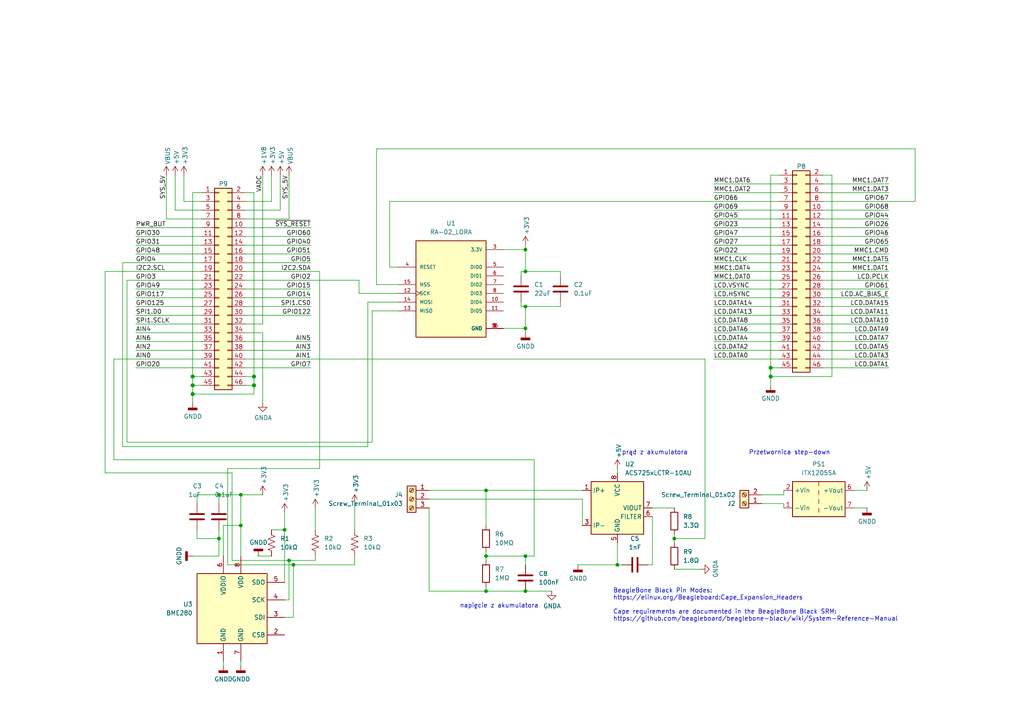
<source format=kicad_sch>
(kicad_sch (version 20230121) (generator eeschema)

  (uuid e63e39d7-6ac0-4ffd-8aa3-1841a4541b55)

  (paper "A4")

  (lib_symbols
    (symbol "Connector:Screw_Terminal_01x02" (pin_names (offset 1.016) hide) (in_bom yes) (on_board yes)
      (property "Reference" "J" (at 0 2.54 0)
        (effects (font (size 1.27 1.27)))
      )
      (property "Value" "Screw_Terminal_01x02" (at 0 -5.08 0)
        (effects (font (size 1.27 1.27)))
      )
      (property "Footprint" "" (at 0 0 0)
        (effects (font (size 1.27 1.27)) hide)
      )
      (property "Datasheet" "~" (at 0 0 0)
        (effects (font (size 1.27 1.27)) hide)
      )
      (property "ki_keywords" "screw terminal" (at 0 0 0)
        (effects (font (size 1.27 1.27)) hide)
      )
      (property "ki_description" "Generic screw terminal, single row, 01x02, script generated (kicad-library-utils/schlib/autogen/connector/)" (at 0 0 0)
        (effects (font (size 1.27 1.27)) hide)
      )
      (property "ki_fp_filters" "TerminalBlock*:*" (at 0 0 0)
        (effects (font (size 1.27 1.27)) hide)
      )
      (symbol "Screw_Terminal_01x02_1_1"
        (rectangle (start -1.27 1.27) (end 1.27 -3.81)
          (stroke (width 0.254) (type default))
          (fill (type background))
        )
        (circle (center 0 -2.54) (radius 0.635)
          (stroke (width 0.1524) (type default))
          (fill (type none))
        )
        (polyline
          (pts
            (xy -0.5334 -2.2098)
            (xy 0.3302 -3.048)
          )
          (stroke (width 0.1524) (type default))
          (fill (type none))
        )
        (polyline
          (pts
            (xy -0.5334 0.3302)
            (xy 0.3302 -0.508)
          )
          (stroke (width 0.1524) (type default))
          (fill (type none))
        )
        (polyline
          (pts
            (xy -0.3556 -2.032)
            (xy 0.508 -2.8702)
          )
          (stroke (width 0.1524) (type default))
          (fill (type none))
        )
        (polyline
          (pts
            (xy -0.3556 0.508)
            (xy 0.508 -0.3302)
          )
          (stroke (width 0.1524) (type default))
          (fill (type none))
        )
        (circle (center 0 0) (radius 0.635)
          (stroke (width 0.1524) (type default))
          (fill (type none))
        )
        (pin passive line (at -5.08 0 0) (length 3.81)
          (name "Pin_1" (effects (font (size 1.27 1.27))))
          (number "1" (effects (font (size 1.27 1.27))))
        )
        (pin passive line (at -5.08 -2.54 0) (length 3.81)
          (name "Pin_2" (effects (font (size 1.27 1.27))))
          (number "2" (effects (font (size 1.27 1.27))))
        )
      )
    )
    (symbol "Connector:Screw_Terminal_01x03" (pin_names (offset 1.016) hide) (in_bom yes) (on_board yes)
      (property "Reference" "J" (at 0 5.08 0)
        (effects (font (size 1.27 1.27)))
      )
      (property "Value" "Screw_Terminal_01x03" (at 0 -5.08 0)
        (effects (font (size 1.27 1.27)))
      )
      (property "Footprint" "" (at 0 0 0)
        (effects (font (size 1.27 1.27)) hide)
      )
      (property "Datasheet" "~" (at 0 0 0)
        (effects (font (size 1.27 1.27)) hide)
      )
      (property "ki_keywords" "screw terminal" (at 0 0 0)
        (effects (font (size 1.27 1.27)) hide)
      )
      (property "ki_description" "Generic screw terminal, single row, 01x03, script generated (kicad-library-utils/schlib/autogen/connector/)" (at 0 0 0)
        (effects (font (size 1.27 1.27)) hide)
      )
      (property "ki_fp_filters" "TerminalBlock*:*" (at 0 0 0)
        (effects (font (size 1.27 1.27)) hide)
      )
      (symbol "Screw_Terminal_01x03_1_1"
        (rectangle (start -1.27 3.81) (end 1.27 -3.81)
          (stroke (width 0.254) (type default))
          (fill (type background))
        )
        (circle (center 0 -2.54) (radius 0.635)
          (stroke (width 0.1524) (type default))
          (fill (type none))
        )
        (polyline
          (pts
            (xy -0.5334 -2.2098)
            (xy 0.3302 -3.048)
          )
          (stroke (width 0.1524) (type default))
          (fill (type none))
        )
        (polyline
          (pts
            (xy -0.5334 0.3302)
            (xy 0.3302 -0.508)
          )
          (stroke (width 0.1524) (type default))
          (fill (type none))
        )
        (polyline
          (pts
            (xy -0.5334 2.8702)
            (xy 0.3302 2.032)
          )
          (stroke (width 0.1524) (type default))
          (fill (type none))
        )
        (polyline
          (pts
            (xy -0.3556 -2.032)
            (xy 0.508 -2.8702)
          )
          (stroke (width 0.1524) (type default))
          (fill (type none))
        )
        (polyline
          (pts
            (xy -0.3556 0.508)
            (xy 0.508 -0.3302)
          )
          (stroke (width 0.1524) (type default))
          (fill (type none))
        )
        (polyline
          (pts
            (xy -0.3556 3.048)
            (xy 0.508 2.2098)
          )
          (stroke (width 0.1524) (type default))
          (fill (type none))
        )
        (circle (center 0 0) (radius 0.635)
          (stroke (width 0.1524) (type default))
          (fill (type none))
        )
        (circle (center 0 2.54) (radius 0.635)
          (stroke (width 0.1524) (type default))
          (fill (type none))
        )
        (pin passive line (at -5.08 2.54 0) (length 3.81)
          (name "Pin_1" (effects (font (size 1.27 1.27))))
          (number "1" (effects (font (size 1.27 1.27))))
        )
        (pin passive line (at -5.08 0 0) (length 3.81)
          (name "Pin_2" (effects (font (size 1.27 1.27))))
          (number "2" (effects (font (size 1.27 1.27))))
        )
        (pin passive line (at -5.08 -2.54 0) (length 3.81)
          (name "Pin_3" (effects (font (size 1.27 1.27))))
          (number "3" (effects (font (size 1.27 1.27))))
        )
      )
    )
    (symbol "Connector_Generic:Conn_02x23_Odd_Even" (pin_names (offset 1.016) hide) (in_bom yes) (on_board yes)
      (property "Reference" "J" (at 1.27 30.48 0)
        (effects (font (size 1.27 1.27)))
      )
      (property "Value" "Conn_02x23_Odd_Even" (at 1.27 -30.48 0)
        (effects (font (size 1.27 1.27)))
      )
      (property "Footprint" "" (at 0 0 0)
        (effects (font (size 1.27 1.27)) hide)
      )
      (property "Datasheet" "~" (at 0 0 0)
        (effects (font (size 1.27 1.27)) hide)
      )
      (property "ki_keywords" "connector" (at 0 0 0)
        (effects (font (size 1.27 1.27)) hide)
      )
      (property "ki_description" "Generic connector, double row, 02x23, odd/even pin numbering scheme (row 1 odd numbers, row 2 even numbers), script generated (kicad-library-utils/schlib/autogen/connector/)" (at 0 0 0)
        (effects (font (size 1.27 1.27)) hide)
      )
      (property "ki_fp_filters" "Connector*:*_2x??_*" (at 0 0 0)
        (effects (font (size 1.27 1.27)) hide)
      )
      (symbol "Conn_02x23_Odd_Even_1_1"
        (rectangle (start -1.27 -27.813) (end 0 -28.067)
          (stroke (width 0.1524) (type default))
          (fill (type none))
        )
        (rectangle (start -1.27 -25.273) (end 0 -25.527)
          (stroke (width 0.1524) (type default))
          (fill (type none))
        )
        (rectangle (start -1.27 -22.733) (end 0 -22.987)
          (stroke (width 0.1524) (type default))
          (fill (type none))
        )
        (rectangle (start -1.27 -20.193) (end 0 -20.447)
          (stroke (width 0.1524) (type default))
          (fill (type none))
        )
        (rectangle (start -1.27 -17.653) (end 0 -17.907)
          (stroke (width 0.1524) (type default))
          (fill (type none))
        )
        (rectangle (start -1.27 -15.113) (end 0 -15.367)
          (stroke (width 0.1524) (type default))
          (fill (type none))
        )
        (rectangle (start -1.27 -12.573) (end 0 -12.827)
          (stroke (width 0.1524) (type default))
          (fill (type none))
        )
        (rectangle (start -1.27 -10.033) (end 0 -10.287)
          (stroke (width 0.1524) (type default))
          (fill (type none))
        )
        (rectangle (start -1.27 -7.493) (end 0 -7.747)
          (stroke (width 0.1524) (type default))
          (fill (type none))
        )
        (rectangle (start -1.27 -4.953) (end 0 -5.207)
          (stroke (width 0.1524) (type default))
          (fill (type none))
        )
        (rectangle (start -1.27 -2.413) (end 0 -2.667)
          (stroke (width 0.1524) (type default))
          (fill (type none))
        )
        (rectangle (start -1.27 0.127) (end 0 -0.127)
          (stroke (width 0.1524) (type default))
          (fill (type none))
        )
        (rectangle (start -1.27 2.667) (end 0 2.413)
          (stroke (width 0.1524) (type default))
          (fill (type none))
        )
        (rectangle (start -1.27 5.207) (end 0 4.953)
          (stroke (width 0.1524) (type default))
          (fill (type none))
        )
        (rectangle (start -1.27 7.747) (end 0 7.493)
          (stroke (width 0.1524) (type default))
          (fill (type none))
        )
        (rectangle (start -1.27 10.287) (end 0 10.033)
          (stroke (width 0.1524) (type default))
          (fill (type none))
        )
        (rectangle (start -1.27 12.827) (end 0 12.573)
          (stroke (width 0.1524) (type default))
          (fill (type none))
        )
        (rectangle (start -1.27 15.367) (end 0 15.113)
          (stroke (width 0.1524) (type default))
          (fill (type none))
        )
        (rectangle (start -1.27 17.907) (end 0 17.653)
          (stroke (width 0.1524) (type default))
          (fill (type none))
        )
        (rectangle (start -1.27 20.447) (end 0 20.193)
          (stroke (width 0.1524) (type default))
          (fill (type none))
        )
        (rectangle (start -1.27 22.987) (end 0 22.733)
          (stroke (width 0.1524) (type default))
          (fill (type none))
        )
        (rectangle (start -1.27 25.527) (end 0 25.273)
          (stroke (width 0.1524) (type default))
          (fill (type none))
        )
        (rectangle (start -1.27 28.067) (end 0 27.813)
          (stroke (width 0.1524) (type default))
          (fill (type none))
        )
        (rectangle (start -1.27 29.21) (end 3.81 -29.21)
          (stroke (width 0.254) (type default))
          (fill (type background))
        )
        (rectangle (start 3.81 -27.813) (end 2.54 -28.067)
          (stroke (width 0.1524) (type default))
          (fill (type none))
        )
        (rectangle (start 3.81 -25.273) (end 2.54 -25.527)
          (stroke (width 0.1524) (type default))
          (fill (type none))
        )
        (rectangle (start 3.81 -22.733) (end 2.54 -22.987)
          (stroke (width 0.1524) (type default))
          (fill (type none))
        )
        (rectangle (start 3.81 -20.193) (end 2.54 -20.447)
          (stroke (width 0.1524) (type default))
          (fill (type none))
        )
        (rectangle (start 3.81 -17.653) (end 2.54 -17.907)
          (stroke (width 0.1524) (type default))
          (fill (type none))
        )
        (rectangle (start 3.81 -15.113) (end 2.54 -15.367)
          (stroke (width 0.1524) (type default))
          (fill (type none))
        )
        (rectangle (start 3.81 -12.573) (end 2.54 -12.827)
          (stroke (width 0.1524) (type default))
          (fill (type none))
        )
        (rectangle (start 3.81 -10.033) (end 2.54 -10.287)
          (stroke (width 0.1524) (type default))
          (fill (type none))
        )
        (rectangle (start 3.81 -7.493) (end 2.54 -7.747)
          (stroke (width 0.1524) (type default))
          (fill (type none))
        )
        (rectangle (start 3.81 -4.953) (end 2.54 -5.207)
          (stroke (width 0.1524) (type default))
          (fill (type none))
        )
        (rectangle (start 3.81 -2.413) (end 2.54 -2.667)
          (stroke (width 0.1524) (type default))
          (fill (type none))
        )
        (rectangle (start 3.81 0.127) (end 2.54 -0.127)
          (stroke (width 0.1524) (type default))
          (fill (type none))
        )
        (rectangle (start 3.81 2.667) (end 2.54 2.413)
          (stroke (width 0.1524) (type default))
          (fill (type none))
        )
        (rectangle (start 3.81 5.207) (end 2.54 4.953)
          (stroke (width 0.1524) (type default))
          (fill (type none))
        )
        (rectangle (start 3.81 7.747) (end 2.54 7.493)
          (stroke (width 0.1524) (type default))
          (fill (type none))
        )
        (rectangle (start 3.81 10.287) (end 2.54 10.033)
          (stroke (width 0.1524) (type default))
          (fill (type none))
        )
        (rectangle (start 3.81 12.827) (end 2.54 12.573)
          (stroke (width 0.1524) (type default))
          (fill (type none))
        )
        (rectangle (start 3.81 15.367) (end 2.54 15.113)
          (stroke (width 0.1524) (type default))
          (fill (type none))
        )
        (rectangle (start 3.81 17.907) (end 2.54 17.653)
          (stroke (width 0.1524) (type default))
          (fill (type none))
        )
        (rectangle (start 3.81 20.447) (end 2.54 20.193)
          (stroke (width 0.1524) (type default))
          (fill (type none))
        )
        (rectangle (start 3.81 22.987) (end 2.54 22.733)
          (stroke (width 0.1524) (type default))
          (fill (type none))
        )
        (rectangle (start 3.81 25.527) (end 2.54 25.273)
          (stroke (width 0.1524) (type default))
          (fill (type none))
        )
        (rectangle (start 3.81 28.067) (end 2.54 27.813)
          (stroke (width 0.1524) (type default))
          (fill (type none))
        )
        (pin passive line (at -5.08 27.94 0) (length 3.81)
          (name "Pin_1" (effects (font (size 1.27 1.27))))
          (number "1" (effects (font (size 1.27 1.27))))
        )
        (pin passive line (at 7.62 17.78 180) (length 3.81)
          (name "Pin_10" (effects (font (size 1.27 1.27))))
          (number "10" (effects (font (size 1.27 1.27))))
        )
        (pin passive line (at -5.08 15.24 0) (length 3.81)
          (name "Pin_11" (effects (font (size 1.27 1.27))))
          (number "11" (effects (font (size 1.27 1.27))))
        )
        (pin passive line (at 7.62 15.24 180) (length 3.81)
          (name "Pin_12" (effects (font (size 1.27 1.27))))
          (number "12" (effects (font (size 1.27 1.27))))
        )
        (pin passive line (at -5.08 12.7 0) (length 3.81)
          (name "Pin_13" (effects (font (size 1.27 1.27))))
          (number "13" (effects (font (size 1.27 1.27))))
        )
        (pin passive line (at 7.62 12.7 180) (length 3.81)
          (name "Pin_14" (effects (font (size 1.27 1.27))))
          (number "14" (effects (font (size 1.27 1.27))))
        )
        (pin passive line (at -5.08 10.16 0) (length 3.81)
          (name "Pin_15" (effects (font (size 1.27 1.27))))
          (number "15" (effects (font (size 1.27 1.27))))
        )
        (pin passive line (at 7.62 10.16 180) (length 3.81)
          (name "Pin_16" (effects (font (size 1.27 1.27))))
          (number "16" (effects (font (size 1.27 1.27))))
        )
        (pin passive line (at -5.08 7.62 0) (length 3.81)
          (name "Pin_17" (effects (font (size 1.27 1.27))))
          (number "17" (effects (font (size 1.27 1.27))))
        )
        (pin passive line (at 7.62 7.62 180) (length 3.81)
          (name "Pin_18" (effects (font (size 1.27 1.27))))
          (number "18" (effects (font (size 1.27 1.27))))
        )
        (pin passive line (at -5.08 5.08 0) (length 3.81)
          (name "Pin_19" (effects (font (size 1.27 1.27))))
          (number "19" (effects (font (size 1.27 1.27))))
        )
        (pin passive line (at 7.62 27.94 180) (length 3.81)
          (name "Pin_2" (effects (font (size 1.27 1.27))))
          (number "2" (effects (font (size 1.27 1.27))))
        )
        (pin passive line (at 7.62 5.08 180) (length 3.81)
          (name "Pin_20" (effects (font (size 1.27 1.27))))
          (number "20" (effects (font (size 1.27 1.27))))
        )
        (pin passive line (at -5.08 2.54 0) (length 3.81)
          (name "Pin_21" (effects (font (size 1.27 1.27))))
          (number "21" (effects (font (size 1.27 1.27))))
        )
        (pin passive line (at 7.62 2.54 180) (length 3.81)
          (name "Pin_22" (effects (font (size 1.27 1.27))))
          (number "22" (effects (font (size 1.27 1.27))))
        )
        (pin passive line (at -5.08 0 0) (length 3.81)
          (name "Pin_23" (effects (font (size 1.27 1.27))))
          (number "23" (effects (font (size 1.27 1.27))))
        )
        (pin passive line (at 7.62 0 180) (length 3.81)
          (name "Pin_24" (effects (font (size 1.27 1.27))))
          (number "24" (effects (font (size 1.27 1.27))))
        )
        (pin passive line (at -5.08 -2.54 0) (length 3.81)
          (name "Pin_25" (effects (font (size 1.27 1.27))))
          (number "25" (effects (font (size 1.27 1.27))))
        )
        (pin passive line (at 7.62 -2.54 180) (length 3.81)
          (name "Pin_26" (effects (font (size 1.27 1.27))))
          (number "26" (effects (font (size 1.27 1.27))))
        )
        (pin passive line (at -5.08 -5.08 0) (length 3.81)
          (name "Pin_27" (effects (font (size 1.27 1.27))))
          (number "27" (effects (font (size 1.27 1.27))))
        )
        (pin passive line (at 7.62 -5.08 180) (length 3.81)
          (name "Pin_28" (effects (font (size 1.27 1.27))))
          (number "28" (effects (font (size 1.27 1.27))))
        )
        (pin passive line (at -5.08 -7.62 0) (length 3.81)
          (name "Pin_29" (effects (font (size 1.27 1.27))))
          (number "29" (effects (font (size 1.27 1.27))))
        )
        (pin passive line (at -5.08 25.4 0) (length 3.81)
          (name "Pin_3" (effects (font (size 1.27 1.27))))
          (number "3" (effects (font (size 1.27 1.27))))
        )
        (pin passive line (at 7.62 -7.62 180) (length 3.81)
          (name "Pin_30" (effects (font (size 1.27 1.27))))
          (number "30" (effects (font (size 1.27 1.27))))
        )
        (pin passive line (at -5.08 -10.16 0) (length 3.81)
          (name "Pin_31" (effects (font (size 1.27 1.27))))
          (number "31" (effects (font (size 1.27 1.27))))
        )
        (pin passive line (at 7.62 -10.16 180) (length 3.81)
          (name "Pin_32" (effects (font (size 1.27 1.27))))
          (number "32" (effects (font (size 1.27 1.27))))
        )
        (pin passive line (at -5.08 -12.7 0) (length 3.81)
          (name "Pin_33" (effects (font (size 1.27 1.27))))
          (number "33" (effects (font (size 1.27 1.27))))
        )
        (pin passive line (at 7.62 -12.7 180) (length 3.81)
          (name "Pin_34" (effects (font (size 1.27 1.27))))
          (number "34" (effects (font (size 1.27 1.27))))
        )
        (pin passive line (at -5.08 -15.24 0) (length 3.81)
          (name "Pin_35" (effects (font (size 1.27 1.27))))
          (number "35" (effects (font (size 1.27 1.27))))
        )
        (pin passive line (at 7.62 -15.24 180) (length 3.81)
          (name "Pin_36" (effects (font (size 1.27 1.27))))
          (number "36" (effects (font (size 1.27 1.27))))
        )
        (pin passive line (at -5.08 -17.78 0) (length 3.81)
          (name "Pin_37" (effects (font (size 1.27 1.27))))
          (number "37" (effects (font (size 1.27 1.27))))
        )
        (pin passive line (at 7.62 -17.78 180) (length 3.81)
          (name "Pin_38" (effects (font (size 1.27 1.27))))
          (number "38" (effects (font (size 1.27 1.27))))
        )
        (pin passive line (at -5.08 -20.32 0) (length 3.81)
          (name "Pin_39" (effects (font (size 1.27 1.27))))
          (number "39" (effects (font (size 1.27 1.27))))
        )
        (pin passive line (at 7.62 25.4 180) (length 3.81)
          (name "Pin_4" (effects (font (size 1.27 1.27))))
          (number "4" (effects (font (size 1.27 1.27))))
        )
        (pin passive line (at 7.62 -20.32 180) (length 3.81)
          (name "Pin_40" (effects (font (size 1.27 1.27))))
          (number "40" (effects (font (size 1.27 1.27))))
        )
        (pin passive line (at -5.08 -22.86 0) (length 3.81)
          (name "Pin_41" (effects (font (size 1.27 1.27))))
          (number "41" (effects (font (size 1.27 1.27))))
        )
        (pin passive line (at 7.62 -22.86 180) (length 3.81)
          (name "Pin_42" (effects (font (size 1.27 1.27))))
          (number "42" (effects (font (size 1.27 1.27))))
        )
        (pin passive line (at -5.08 -25.4 0) (length 3.81)
          (name "Pin_43" (effects (font (size 1.27 1.27))))
          (number "43" (effects (font (size 1.27 1.27))))
        )
        (pin passive line (at 7.62 -25.4 180) (length 3.81)
          (name "Pin_44" (effects (font (size 1.27 1.27))))
          (number "44" (effects (font (size 1.27 1.27))))
        )
        (pin passive line (at -5.08 -27.94 0) (length 3.81)
          (name "Pin_45" (effects (font (size 1.27 1.27))))
          (number "45" (effects (font (size 1.27 1.27))))
        )
        (pin passive line (at 7.62 -27.94 180) (length 3.81)
          (name "Pin_46" (effects (font (size 1.27 1.27))))
          (number "46" (effects (font (size 1.27 1.27))))
        )
        (pin passive line (at -5.08 22.86 0) (length 3.81)
          (name "Pin_5" (effects (font (size 1.27 1.27))))
          (number "5" (effects (font (size 1.27 1.27))))
        )
        (pin passive line (at 7.62 22.86 180) (length 3.81)
          (name "Pin_6" (effects (font (size 1.27 1.27))))
          (number "6" (effects (font (size 1.27 1.27))))
        )
        (pin passive line (at -5.08 20.32 0) (length 3.81)
          (name "Pin_7" (effects (font (size 1.27 1.27))))
          (number "7" (effects (font (size 1.27 1.27))))
        )
        (pin passive line (at 7.62 20.32 180) (length 3.81)
          (name "Pin_8" (effects (font (size 1.27 1.27))))
          (number "8" (effects (font (size 1.27 1.27))))
        )
        (pin passive line (at -5.08 17.78 0) (length 3.81)
          (name "Pin_9" (effects (font (size 1.27 1.27))))
          (number "9" (effects (font (size 1.27 1.27))))
        )
      )
    )
    (symbol "Converter_DCDC:ITX1205SA" (in_bom yes) (on_board yes)
      (property "Reference" "PS" (at -7.62 6.35 0)
        (effects (font (size 1.27 1.27)) (justify left))
      )
      (property "Value" "ITX1205SA" (at 1.27 6.35 0)
        (effects (font (size 1.27 1.27)) (justify left))
      )
      (property "Footprint" "Converter_DCDC:Converter_DCDC_XP_POWER-ITXxxxxSA_THT" (at -26.67 -6.35 0)
        (effects (font (size 1.27 1.27)) (justify left) hide)
      )
      (property "Datasheet" "https://www.xppower.com/pdfs/SF_ITX.pdf" (at 26.67 -7.62 0)
        (effects (font (size 1.27 1.27)) (justify left) hide)
      )
      (property "ki_keywords" "XP_POWER DC/DC isolated Converter module" (at 0 0 0)
        (effects (font (size 1.27 1.27)) hide)
      )
      (property "ki_description" "XP Power 6W, 1000 VDC Isolated DC/DC Converter Module, Fully Regulated Single Output Voltage 5V, ±1200mA, 12V Input Voltage, SIP" (at 0 0 0)
        (effects (font (size 1.27 1.27)) hide)
      )
      (property "ki_fp_filters" "*XP?POWER?ITXxxxxSA*" (at 0 0 0)
        (effects (font (size 1.27 1.27)) hide)
      )
      (symbol "ITX1205SA_0_0"
        (pin power_in line (at -10.16 -2.54 0) (length 2.54)
          (name "-Vin" (effects (font (size 1.27 1.27))))
          (number "1" (effects (font (size 1.27 1.27))))
        )
        (pin power_in line (at -10.16 2.54 0) (length 2.54)
          (name "+Vin" (effects (font (size 1.27 1.27))))
          (number "2" (effects (font (size 1.27 1.27))))
        )
        (pin power_out line (at 10.16 2.54 180) (length 2.54)
          (name "+Vout" (effects (font (size 1.27 1.27))))
          (number "6" (effects (font (size 1.27 1.27))))
        )
        (pin power_out line (at 10.16 -2.54 180) (length 2.54)
          (name "-Vout" (effects (font (size 1.27 1.27))))
          (number "7" (effects (font (size 1.27 1.27))))
        )
        (pin no_connect line (at 7.62 0 180) (length 2.54) hide
          (name "NC" (effects (font (size 1.27 1.27))))
          (number "8" (effects (font (size 1.27 1.27))))
        )
      )
      (symbol "ITX1205SA_0_1"
        (rectangle (start -7.62 5.08) (end 7.62 -5.08)
          (stroke (width 0.254) (type default))
          (fill (type background))
        )
        (polyline
          (pts
            (xy 0 -2.54)
            (xy 0 -3.81)
          )
          (stroke (width 0) (type default))
          (fill (type none))
        )
        (polyline
          (pts
            (xy 0 0)
            (xy 0 -1.27)
          )
          (stroke (width 0) (type default))
          (fill (type none))
        )
        (polyline
          (pts
            (xy 0 2.54)
            (xy 0 1.27)
          )
          (stroke (width 0) (type default))
          (fill (type none))
        )
        (polyline
          (pts
            (xy 0 5.08)
            (xy 0 3.81)
          )
          (stroke (width 0) (type default))
          (fill (type none))
        )
      )
    )
    (symbol "Device:C" (pin_numbers hide) (pin_names (offset 0.254)) (in_bom yes) (on_board yes)
      (property "Reference" "C" (at 0.635 2.54 0)
        (effects (font (size 1.27 1.27)) (justify left))
      )
      (property "Value" "C" (at 0.635 -2.54 0)
        (effects (font (size 1.27 1.27)) (justify left))
      )
      (property "Footprint" "" (at 0.9652 -3.81 0)
        (effects (font (size 1.27 1.27)) hide)
      )
      (property "Datasheet" "~" (at 0 0 0)
        (effects (font (size 1.27 1.27)) hide)
      )
      (property "ki_keywords" "cap capacitor" (at 0 0 0)
        (effects (font (size 1.27 1.27)) hide)
      )
      (property "ki_description" "Unpolarized capacitor" (at 0 0 0)
        (effects (font (size 1.27 1.27)) hide)
      )
      (property "ki_fp_filters" "C_*" (at 0 0 0)
        (effects (font (size 1.27 1.27)) hide)
      )
      (symbol "C_0_1"
        (polyline
          (pts
            (xy -2.032 -0.762)
            (xy 2.032 -0.762)
          )
          (stroke (width 0.508) (type default))
          (fill (type none))
        )
        (polyline
          (pts
            (xy -2.032 0.762)
            (xy 2.032 0.762)
          )
          (stroke (width 0.508) (type default))
          (fill (type none))
        )
      )
      (symbol "C_1_1"
        (pin passive line (at 0 3.81 270) (length 2.794)
          (name "~" (effects (font (size 1.27 1.27))))
          (number "1" (effects (font (size 1.27 1.27))))
        )
        (pin passive line (at 0 -3.81 90) (length 2.794)
          (name "~" (effects (font (size 1.27 1.27))))
          (number "2" (effects (font (size 1.27 1.27))))
        )
      )
    )
    (symbol "Device:R" (pin_numbers hide) (pin_names (offset 0)) (in_bom yes) (on_board yes)
      (property "Reference" "R" (at 2.032 0 90)
        (effects (font (size 1.27 1.27)))
      )
      (property "Value" "R" (at 0 0 90)
        (effects (font (size 1.27 1.27)))
      )
      (property "Footprint" "" (at -1.778 0 90)
        (effects (font (size 1.27 1.27)) hide)
      )
      (property "Datasheet" "~" (at 0 0 0)
        (effects (font (size 1.27 1.27)) hide)
      )
      (property "ki_keywords" "R res resistor" (at 0 0 0)
        (effects (font (size 1.27 1.27)) hide)
      )
      (property "ki_description" "Resistor" (at 0 0 0)
        (effects (font (size 1.27 1.27)) hide)
      )
      (property "ki_fp_filters" "R_*" (at 0 0 0)
        (effects (font (size 1.27 1.27)) hide)
      )
      (symbol "R_0_1"
        (rectangle (start -1.016 -2.54) (end 1.016 2.54)
          (stroke (width 0.254) (type default))
          (fill (type none))
        )
      )
      (symbol "R_1_1"
        (pin passive line (at 0 3.81 270) (length 1.27)
          (name "~" (effects (font (size 1.27 1.27))))
          (number "1" (effects (font (size 1.27 1.27))))
        )
        (pin passive line (at 0 -3.81 90) (length 1.27)
          (name "~" (effects (font (size 1.27 1.27))))
          (number "2" (effects (font (size 1.27 1.27))))
        )
      )
    )
    (symbol "Device:R_US" (pin_numbers hide) (pin_names (offset 0)) (in_bom yes) (on_board yes)
      (property "Reference" "R" (at 2.54 0 90)
        (effects (font (size 1.27 1.27)))
      )
      (property "Value" "R_US" (at -2.54 0 90)
        (effects (font (size 1.27 1.27)))
      )
      (property "Footprint" "" (at 1.016 -0.254 90)
        (effects (font (size 1.27 1.27)) hide)
      )
      (property "Datasheet" "~" (at 0 0 0)
        (effects (font (size 1.27 1.27)) hide)
      )
      (property "ki_keywords" "R res resistor" (at 0 0 0)
        (effects (font (size 1.27 1.27)) hide)
      )
      (property "ki_description" "Resistor, US symbol" (at 0 0 0)
        (effects (font (size 1.27 1.27)) hide)
      )
      (property "ki_fp_filters" "R_*" (at 0 0 0)
        (effects (font (size 1.27 1.27)) hide)
      )
      (symbol "R_US_0_1"
        (polyline
          (pts
            (xy 0 -2.286)
            (xy 0 -2.54)
          )
          (stroke (width 0) (type default))
          (fill (type none))
        )
        (polyline
          (pts
            (xy 0 2.286)
            (xy 0 2.54)
          )
          (stroke (width 0) (type default))
          (fill (type none))
        )
        (polyline
          (pts
            (xy 0 -0.762)
            (xy 1.016 -1.143)
            (xy 0 -1.524)
            (xy -1.016 -1.905)
            (xy 0 -2.286)
          )
          (stroke (width 0) (type default))
          (fill (type none))
        )
        (polyline
          (pts
            (xy 0 0.762)
            (xy 1.016 0.381)
            (xy 0 0)
            (xy -1.016 -0.381)
            (xy 0 -0.762)
          )
          (stroke (width 0) (type default))
          (fill (type none))
        )
        (polyline
          (pts
            (xy 0 2.286)
            (xy 1.016 1.905)
            (xy 0 1.524)
            (xy -1.016 1.143)
            (xy 0 0.762)
          )
          (stroke (width 0) (type default))
          (fill (type none))
        )
      )
      (symbol "R_US_1_1"
        (pin passive line (at 0 3.81 270) (length 1.27)
          (name "~" (effects (font (size 1.27 1.27))))
          (number "1" (effects (font (size 1.27 1.27))))
        )
        (pin passive line (at 0 -3.81 90) (length 1.27)
          (name "~" (effects (font (size 1.27 1.27))))
          (number "2" (effects (font (size 1.27 1.27))))
        )
      )
    )
    (symbol "RA-02_LORA:RA-02_LORA" (pin_names (offset 1.016)) (in_bom yes) (on_board yes)
      (property "Reference" "U" (at -10.16 16.51 0)
        (effects (font (size 1.27 1.27)) (justify left bottom))
      )
      (property "Value" "RA-02_LORA" (at -10.16 -13.97 0)
        (effects (font (size 1.27 1.27)) (justify left top))
      )
      (property "Footprint" "RA-02_LORA:MODULE_RA-02_LORA" (at 0 0 0)
        (effects (font (size 1.27 1.27)) (justify bottom) hide)
      )
      (property "Datasheet" "" (at 0 0 0)
        (effects (font (size 1.27 1.27)) hide)
      )
      (property "MF" "AI-Thinker" (at 0 0 0)
        (effects (font (size 1.27 1.27)) (justify bottom) hide)
      )
      (property "MAXIMUM_PACKAGE_HEIGHT" "3.3mm" (at 0 0 0)
        (effects (font (size 1.27 1.27)) (justify bottom) hide)
      )
      (property "Package" "None" (at 0 0 0)
        (effects (font (size 1.27 1.27)) (justify bottom) hide)
      )
      (property "Price" "None" (at 0 0 0)
        (effects (font (size 1.27 1.27)) (justify bottom) hide)
      )
      (property "Check_prices" "https://www.snapeda.com/parts/Ra-02%20LoRa/AI-Thinker/view-part/?ref=eda" (at 0 0 0)
        (effects (font (size 1.27 1.27)) (justify bottom) hide)
      )
      (property "STANDARD" "Manufacturer Recommendations" (at 0 0 0)
        (effects (font (size 1.27 1.27)) (justify bottom) hide)
      )
      (property "PARTREV" "2018/03/02" (at 0 0 0)
        (effects (font (size 1.27 1.27)) (justify bottom) hide)
      )
      (property "SnapEDA_Link" "https://www.snapeda.com/parts/Ra-02%20LoRa/AI-Thinker/view-part/?ref=snap" (at 0 0 0)
        (effects (font (size 1.27 1.27)) (justify bottom) hide)
      )
      (property "MP" "Ra-02 LoRa" (at 0 0 0)
        (effects (font (size 1.27 1.27)) (justify bottom) hide)
      )
      (property "Description" "\nRa-02 LoRa RF M5Stack Platform Evaluation Expansion Board\n" (at 0 0 0)
        (effects (font (size 1.27 1.27)) (justify bottom) hide)
      )
      (property "Availability" "Not in stock" (at 0 0 0)
        (effects (font (size 1.27 1.27)) (justify bottom) hide)
      )
      (property "MANUFACTURER" "Ai-Thinker" (at 0 0 0)
        (effects (font (size 1.27 1.27)) (justify bottom) hide)
      )
      (symbol "RA-02_LORA_0_0"
        (rectangle (start -10.16 -12.7) (end 10.16 15.24)
          (stroke (width 0.254) (type default))
          (fill (type background))
        )
        (pin power_in line (at 15.24 -10.16 180) (length 5.08)
          (name "GND" (effects (font (size 1.016 1.016))))
          (number "1" (effects (font (size 1.016 1.016))))
        )
        (pin bidirectional line (at 15.24 -2.54 180) (length 5.08)
          (name "DI04" (effects (font (size 1.016 1.016))))
          (number "10" (effects (font (size 1.016 1.016))))
        )
        (pin bidirectional line (at 15.24 -5.08 180) (length 5.08)
          (name "DI05" (effects (font (size 1.016 1.016))))
          (number "11" (effects (font (size 1.016 1.016))))
        )
        (pin input clock (at -15.24 0 0) (length 5.08)
          (name "SCK" (effects (font (size 1.016 1.016))))
          (number "12" (effects (font (size 1.016 1.016))))
        )
        (pin output line (at -15.24 -5.08 0) (length 5.08)
          (name "MISO" (effects (font (size 1.016 1.016))))
          (number "13" (effects (font (size 1.016 1.016))))
        )
        (pin input line (at -15.24 -2.54 0) (length 5.08)
          (name "MOSI" (effects (font (size 1.016 1.016))))
          (number "14" (effects (font (size 1.016 1.016))))
        )
        (pin input line (at -15.24 2.54 0) (length 5.08)
          (name "NSS" (effects (font (size 1.016 1.016))))
          (number "15" (effects (font (size 1.016 1.016))))
        )
        (pin power_in line (at 15.24 -10.16 180) (length 5.08)
          (name "GND" (effects (font (size 1.016 1.016))))
          (number "16" (effects (font (size 1.016 1.016))))
        )
        (pin power_in line (at 15.24 -10.16 180) (length 5.08)
          (name "GND" (effects (font (size 1.016 1.016))))
          (number "2" (effects (font (size 1.016 1.016))))
        )
        (pin power_in line (at 15.24 12.7 180) (length 5.08)
          (name "3.3V" (effects (font (size 1.016 1.016))))
          (number "3" (effects (font (size 1.016 1.016))))
        )
        (pin input line (at -15.24 7.62 0) (length 5.08)
          (name "RESET" (effects (font (size 1.016 1.016))))
          (number "4" (effects (font (size 1.016 1.016))))
        )
        (pin bidirectional line (at 15.24 7.62 180) (length 5.08)
          (name "DI00" (effects (font (size 1.016 1.016))))
          (number "5" (effects (font (size 1.016 1.016))))
        )
        (pin bidirectional line (at 15.24 5.08 180) (length 5.08)
          (name "DI01" (effects (font (size 1.016 1.016))))
          (number "6" (effects (font (size 1.016 1.016))))
        )
        (pin bidirectional line (at 15.24 2.54 180) (length 5.08)
          (name "DI02" (effects (font (size 1.016 1.016))))
          (number "7" (effects (font (size 1.016 1.016))))
        )
        (pin bidirectional line (at 15.24 0 180) (length 5.08)
          (name "DI03" (effects (font (size 1.016 1.016))))
          (number "8" (effects (font (size 1.016 1.016))))
        )
        (pin power_in line (at 15.24 -10.16 180) (length 5.08)
          (name "GND" (effects (font (size 1.016 1.016))))
          (number "9" (effects (font (size 1.016 1.016))))
        )
      )
    )
    (symbol "Sensor:BME280" (in_bom yes) (on_board yes)
      (property "Reference" "U" (at -8.89 11.43 0)
        (effects (font (size 1.27 1.27)))
      )
      (property "Value" "BME280" (at 7.62 11.43 0)
        (effects (font (size 1.27 1.27)))
      )
      (property "Footprint" "Package_LGA:Bosch_LGA-8_2.5x2.5mm_P0.65mm_ClockwisePinNumbering" (at 38.1 -11.43 0)
        (effects (font (size 1.27 1.27)) hide)
      )
      (property "Datasheet" "https://www.bosch-sensortec.com/media/boschsensortec/downloads/datasheets/bst-bme280-ds002.pdf" (at 0 -5.08 0)
        (effects (font (size 1.27 1.27)) hide)
      )
      (property "ki_keywords" "Bosch pressure humidity temperature environment environmental measurement digital" (at 0 0 0)
        (effects (font (size 1.27 1.27)) hide)
      )
      (property "ki_description" "3-in-1 sensor, humidity, pressure, temperature, I2C and SPI interface, 1.71-3.6V, LGA-8" (at 0 0 0)
        (effects (font (size 1.27 1.27)) hide)
      )
      (property "ki_fp_filters" "*LGA*2.5x2.5mm*P0.65mm*Clockwise*" (at 0 0 0)
        (effects (font (size 1.27 1.27)) hide)
      )
      (symbol "BME280_0_1"
        (rectangle (start -10.16 10.16) (end 10.16 -10.16)
          (stroke (width 0.254) (type default))
          (fill (type background))
        )
      )
      (symbol "BME280_1_1"
        (pin power_in line (at -2.54 -15.24 90) (length 5.08)
          (name "GND" (effects (font (size 1.27 1.27))))
          (number "1" (effects (font (size 1.27 1.27))))
        )
        (pin input line (at 15.24 -7.62 180) (length 5.08)
          (name "CSB" (effects (font (size 1.27 1.27))))
          (number "2" (effects (font (size 1.27 1.27))))
        )
        (pin bidirectional line (at 15.24 -2.54 180) (length 5.08)
          (name "SDI" (effects (font (size 1.27 1.27))))
          (number "3" (effects (font (size 1.27 1.27))))
        )
        (pin input line (at 15.24 2.54 180) (length 5.08)
          (name "SCK" (effects (font (size 1.27 1.27))))
          (number "4" (effects (font (size 1.27 1.27))))
        )
        (pin bidirectional line (at 15.24 7.62 180) (length 5.08)
          (name "SDO" (effects (font (size 1.27 1.27))))
          (number "5" (effects (font (size 1.27 1.27))))
        )
        (pin power_in line (at -2.54 15.24 270) (length 5.08)
          (name "VDDIO" (effects (font (size 1.27 1.27))))
          (number "6" (effects (font (size 1.27 1.27))))
        )
        (pin power_in line (at 2.54 -15.24 90) (length 5.08)
          (name "GND" (effects (font (size 1.27 1.27))))
          (number "7" (effects (font (size 1.27 1.27))))
        )
        (pin power_in line (at 2.54 15.24 270) (length 5.08)
          (name "VDD" (effects (font (size 1.27 1.27))))
          (number "8" (effects (font (size 1.27 1.27))))
        )
      )
    )
    (symbol "Sensor_Current:ACS725xLCTR-10AU" (in_bom yes) (on_board yes)
      (property "Reference" "U" (at 2.54 11.43 0)
        (effects (font (size 1.27 1.27)) (justify left))
      )
      (property "Value" "ACS725xLCTR-10AU" (at 2.54 8.89 0)
        (effects (font (size 1.27 1.27)) (justify left))
      )
      (property "Footprint" "Package_SO:SOIC-8_3.9x4.9mm_P1.27mm" (at 2.54 -8.89 0)
        (effects (font (size 1.27 1.27) italic) (justify left) hide)
      )
      (property "Datasheet" "http://www.allegromicro.com/~/media/Files/Datasheets/ACS725-Datasheet.ashx?la=en" (at 0 0 0)
        (effects (font (size 1.27 1.27)) hide)
      )
      (property "ki_keywords" "hall effect current monitor sensor isolated" (at 0 0 0)
        (effects (font (size 1.27 1.27)) hide)
      )
      (property "ki_description" "10A Unidirectional Hall-Effect Current Sensor, +3.3V supply, 264mV/A, SOIC-8" (at 0 0 0)
        (effects (font (size 1.27 1.27)) hide)
      )
      (property "ki_fp_filters" "SOIC*3.9x4.9m*P1.27mm*" (at 0 0 0)
        (effects (font (size 1.27 1.27)) hide)
      )
      (symbol "ACS725xLCTR-10AU_0_1"
        (rectangle (start -7.62 7.62) (end 7.62 -7.62)
          (stroke (width 0.254) (type default))
          (fill (type background))
        )
      )
      (symbol "ACS725xLCTR-10AU_1_1"
        (pin passive line (at -10.16 5.08 0) (length 2.54)
          (name "IP+" (effects (font (size 1.27 1.27))))
          (number "1" (effects (font (size 1.27 1.27))))
        )
        (pin passive line (at -10.16 5.08 0) (length 2.54) hide
          (name "IP+" (effects (font (size 1.27 1.27))))
          (number "2" (effects (font (size 1.27 1.27))))
        )
        (pin passive line (at -10.16 -5.08 0) (length 2.54)
          (name "IP-" (effects (font (size 1.27 1.27))))
          (number "3" (effects (font (size 1.27 1.27))))
        )
        (pin passive line (at -10.16 -5.08 0) (length 2.54) hide
          (name "IP-" (effects (font (size 1.27 1.27))))
          (number "4" (effects (font (size 1.27 1.27))))
        )
        (pin power_in line (at 0 -10.16 90) (length 2.54)
          (name "GND" (effects (font (size 1.27 1.27))))
          (number "5" (effects (font (size 1.27 1.27))))
        )
        (pin passive line (at 10.16 -2.54 180) (length 2.54)
          (name "FILTER" (effects (font (size 1.27 1.27))))
          (number "6" (effects (font (size 1.27 1.27))))
        )
        (pin output line (at 10.16 0 180) (length 2.54)
          (name "VIOUT" (effects (font (size 1.27 1.27))))
          (number "7" (effects (font (size 1.27 1.27))))
        )
        (pin power_in line (at 0 10.16 270) (length 2.54)
          (name "VCC" (effects (font (size 1.27 1.27))))
          (number "8" (effects (font (size 1.27 1.27))))
        )
      )
    )
    (symbol "power:+1V8" (power) (pin_names (offset 0)) (in_bom yes) (on_board yes)
      (property "Reference" "#PWR" (at 0 -3.81 0)
        (effects (font (size 1.27 1.27)) hide)
      )
      (property "Value" "+1V8" (at 0 3.556 0)
        (effects (font (size 1.27 1.27)))
      )
      (property "Footprint" "" (at 0 0 0)
        (effects (font (size 1.27 1.27)) hide)
      )
      (property "Datasheet" "" (at 0 0 0)
        (effects (font (size 1.27 1.27)) hide)
      )
      (property "ki_keywords" "power-flag" (at 0 0 0)
        (effects (font (size 1.27 1.27)) hide)
      )
      (property "ki_description" "Power symbol creates a global label with name \"+1V8\"" (at 0 0 0)
        (effects (font (size 1.27 1.27)) hide)
      )
      (symbol "+1V8_0_1"
        (polyline
          (pts
            (xy -0.762 1.27)
            (xy 0 2.54)
          )
          (stroke (width 0) (type default))
          (fill (type none))
        )
        (polyline
          (pts
            (xy 0 0)
            (xy 0 2.54)
          )
          (stroke (width 0) (type default))
          (fill (type none))
        )
        (polyline
          (pts
            (xy 0 2.54)
            (xy 0.762 1.27)
          )
          (stroke (width 0) (type default))
          (fill (type none))
        )
      )
      (symbol "+1V8_1_1"
        (pin power_in line (at 0 0 90) (length 0) hide
          (name "+1V8" (effects (font (size 1.27 1.27))))
          (number "1" (effects (font (size 1.27 1.27))))
        )
      )
    )
    (symbol "power:+3.3V" (power) (pin_names (offset 0)) (in_bom yes) (on_board yes)
      (property "Reference" "#PWR" (at 0 -3.81 0)
        (effects (font (size 1.27 1.27)) hide)
      )
      (property "Value" "+3.3V" (at 0 3.556 0)
        (effects (font (size 1.27 1.27)))
      )
      (property "Footprint" "" (at 0 0 0)
        (effects (font (size 1.27 1.27)) hide)
      )
      (property "Datasheet" "" (at 0 0 0)
        (effects (font (size 1.27 1.27)) hide)
      )
      (property "ki_keywords" "power-flag" (at 0 0 0)
        (effects (font (size 1.27 1.27)) hide)
      )
      (property "ki_description" "Power symbol creates a global label with name \"+3.3V\"" (at 0 0 0)
        (effects (font (size 1.27 1.27)) hide)
      )
      (symbol "+3.3V_0_1"
        (polyline
          (pts
            (xy -0.762 1.27)
            (xy 0 2.54)
          )
          (stroke (width 0) (type default))
          (fill (type none))
        )
        (polyline
          (pts
            (xy 0 0)
            (xy 0 2.54)
          )
          (stroke (width 0) (type default))
          (fill (type none))
        )
        (polyline
          (pts
            (xy 0 2.54)
            (xy 0.762 1.27)
          )
          (stroke (width 0) (type default))
          (fill (type none))
        )
      )
      (symbol "+3.3V_1_1"
        (pin power_in line (at 0 0 90) (length 0) hide
          (name "+3V3" (effects (font (size 1.27 1.27))))
          (number "1" (effects (font (size 1.27 1.27))))
        )
      )
    )
    (symbol "power:+5V" (power) (pin_names (offset 0)) (in_bom yes) (on_board yes)
      (property "Reference" "#PWR" (at 0 -3.81 0)
        (effects (font (size 1.27 1.27)) hide)
      )
      (property "Value" "+5V" (at 0 3.556 0)
        (effects (font (size 1.27 1.27)))
      )
      (property "Footprint" "" (at 0 0 0)
        (effects (font (size 1.27 1.27)) hide)
      )
      (property "Datasheet" "" (at 0 0 0)
        (effects (font (size 1.27 1.27)) hide)
      )
      (property "ki_keywords" "power-flag" (at 0 0 0)
        (effects (font (size 1.27 1.27)) hide)
      )
      (property "ki_description" "Power symbol creates a global label with name \"+5V\"" (at 0 0 0)
        (effects (font (size 1.27 1.27)) hide)
      )
      (symbol "+5V_0_1"
        (polyline
          (pts
            (xy -0.762 1.27)
            (xy 0 2.54)
          )
          (stroke (width 0) (type default))
          (fill (type none))
        )
        (polyline
          (pts
            (xy 0 0)
            (xy 0 2.54)
          )
          (stroke (width 0) (type default))
          (fill (type none))
        )
        (polyline
          (pts
            (xy 0 2.54)
            (xy 0.762 1.27)
          )
          (stroke (width 0) (type default))
          (fill (type none))
        )
      )
      (symbol "+5V_1_1"
        (pin power_in line (at 0 0 90) (length 0) hide
          (name "+5V" (effects (font (size 1.27 1.27))))
          (number "1" (effects (font (size 1.27 1.27))))
        )
      )
    )
    (symbol "power:GNDA" (power) (pin_names (offset 0)) (in_bom yes) (on_board yes)
      (property "Reference" "#PWR" (at 0 -6.35 0)
        (effects (font (size 1.27 1.27)) hide)
      )
      (property "Value" "GNDA" (at 0 -3.81 0)
        (effects (font (size 1.27 1.27)))
      )
      (property "Footprint" "" (at 0 0 0)
        (effects (font (size 1.27 1.27)) hide)
      )
      (property "Datasheet" "" (at 0 0 0)
        (effects (font (size 1.27 1.27)) hide)
      )
      (property "ki_keywords" "power-flag" (at 0 0 0)
        (effects (font (size 1.27 1.27)) hide)
      )
      (property "ki_description" "Power symbol creates a global label with name \"GNDA\" , analog ground" (at 0 0 0)
        (effects (font (size 1.27 1.27)) hide)
      )
      (symbol "GNDA_0_1"
        (polyline
          (pts
            (xy 0 0)
            (xy 0 -1.27)
            (xy 1.27 -1.27)
            (xy 0 -2.54)
            (xy -1.27 -1.27)
            (xy 0 -1.27)
          )
          (stroke (width 0) (type default))
          (fill (type none))
        )
      )
      (symbol "GNDA_1_1"
        (pin power_in line (at 0 0 270) (length 0) hide
          (name "GNDA" (effects (font (size 1.27 1.27))))
          (number "1" (effects (font (size 1.27 1.27))))
        )
      )
    )
    (symbol "power:GNDD" (power) (pin_names (offset 0)) (in_bom yes) (on_board yes)
      (property "Reference" "#PWR" (at 0 -6.35 0)
        (effects (font (size 1.27 1.27)) hide)
      )
      (property "Value" "GNDD" (at 0 -3.175 0)
        (effects (font (size 1.27 1.27)))
      )
      (property "Footprint" "" (at 0 0 0)
        (effects (font (size 1.27 1.27)) hide)
      )
      (property "Datasheet" "" (at 0 0 0)
        (effects (font (size 1.27 1.27)) hide)
      )
      (property "ki_keywords" "power-flag" (at 0 0 0)
        (effects (font (size 1.27 1.27)) hide)
      )
      (property "ki_description" "Power symbol creates a global label with name \"GNDD\" , digital ground" (at 0 0 0)
        (effects (font (size 1.27 1.27)) hide)
      )
      (symbol "GNDD_0_1"
        (rectangle (start -1.27 -1.524) (end 1.27 -2.032)
          (stroke (width 0.254) (type default))
          (fill (type outline))
        )
        (polyline
          (pts
            (xy 0 0)
            (xy 0 -1.524)
          )
          (stroke (width 0) (type default))
          (fill (type none))
        )
      )
      (symbol "GNDD_1_1"
        (pin power_in line (at 0 0 270) (length 0) hide
          (name "GNDD" (effects (font (size 1.27 1.27))))
          (number "1" (effects (font (size 1.27 1.27))))
        )
      )
    )
    (symbol "power:VBUS" (power) (pin_names (offset 0)) (in_bom yes) (on_board yes)
      (property "Reference" "#PWR" (at 0 -3.81 0)
        (effects (font (size 1.27 1.27)) hide)
      )
      (property "Value" "VBUS" (at 0 3.81 0)
        (effects (font (size 1.27 1.27)))
      )
      (property "Footprint" "" (at 0 0 0)
        (effects (font (size 1.27 1.27)) hide)
      )
      (property "Datasheet" "" (at 0 0 0)
        (effects (font (size 1.27 1.27)) hide)
      )
      (property "ki_keywords" "power-flag" (at 0 0 0)
        (effects (font (size 1.27 1.27)) hide)
      )
      (property "ki_description" "Power symbol creates a global label with name \"VBUS\"" (at 0 0 0)
        (effects (font (size 1.27 1.27)) hide)
      )
      (symbol "VBUS_0_1"
        (polyline
          (pts
            (xy -0.762 1.27)
            (xy 0 2.54)
          )
          (stroke (width 0) (type default))
          (fill (type none))
        )
        (polyline
          (pts
            (xy 0 0)
            (xy 0 2.54)
          )
          (stroke (width 0) (type default))
          (fill (type none))
        )
        (polyline
          (pts
            (xy 0 2.54)
            (xy 0.762 1.27)
          )
          (stroke (width 0) (type default))
          (fill (type none))
        )
      )
      (symbol "VBUS_1_1"
        (pin power_in line (at 0 0 90) (length 0) hide
          (name "VBUS" (effects (font (size 1.27 1.27))))
          (number "1" (effects (font (size 1.27 1.27))))
        )
      )
    )
  )

  (junction (at 152.4 72.39) (diameter 0) (color 0 0 0 0)
    (uuid 07c4694a-4d6b-4ba0-a28c-49db0e5bdacf)
  )
  (junction (at 152.4 161.29) (diameter 0) (color 0 0 0 0)
    (uuid 118c953d-f5b8-4c1f-8bed-3cb3c19ca813)
  )
  (junction (at 179.07 163.83) (diameter 0) (color 0 0 0 0)
    (uuid 1dd18669-5c96-4d44-9f0b-1a12481d5568)
  )
  (junction (at 152.4 88.9) (diameter 0) (color 0 0 0 0)
    (uuid 24f3b9c1-5a5a-4b4e-9920-2910e8f0a4f6)
  )
  (junction (at 55.88 111.76) (diameter 1.016) (color 0 0 0 0)
    (uuid 2f215f15-3d52-4c91-93e6-3ea03a95622f)
  )
  (junction (at 69.85 143.51) (diameter 0) (color 0 0 0 0)
    (uuid 39f0fe5b-7948-4437-b288-3951913f13ca)
  )
  (junction (at 223.52 109.22) (diameter 1.016) (color 0 0 0 0)
    (uuid 45008225-f50f-4d6b-b508-6730a9408caf)
  )
  (junction (at 82.55 153.67) (diameter 0) (color 0 0 0 0)
    (uuid 4b884680-fc14-4b2d-b77a-efa43322945b)
  )
  (junction (at 152.4 171.45) (diameter 0) (color 0 0 0 0)
    (uuid 610b0400-7e3a-431f-8d74-650fc7616fe4)
  )
  (junction (at 55.88 109.22) (diameter 1.016) (color 0 0 0 0)
    (uuid 61fe293f-6808-4b7f-9340-9aaac7054a97)
  )
  (junction (at 85.09 163.83) (diameter 0) (color 0 0 0 0)
    (uuid 6368a096-542c-45e3-b546-fa600275388e)
  )
  (junction (at 73.66 111.76) (diameter 1.016) (color 0 0 0 0)
    (uuid 6bfe5804-2ef9-4c65-b2a7-f01e4014370a)
  )
  (junction (at 140.97 171.45) (diameter 0) (color 0 0 0 0)
    (uuid 7bfc367c-37aa-4133-af3f-04104eb82ee7)
  )
  (junction (at 195.58 156.21) (diameter 0) (color 0 0 0 0)
    (uuid 7f20eb21-5848-47ff-b706-5b80fd1e02da)
  )
  (junction (at 63.5 143.51) (diameter 0) (color 0 0 0 0)
    (uuid 8714fd19-d2f7-4f96-a654-ffe21223cc84)
  )
  (junction (at 223.52 106.68) (diameter 1.016) (color 0 0 0 0)
    (uuid 8c6a821f-8e19-48f3-8f44-9b340f7689bc)
  )
  (junction (at 55.88 114.3) (diameter 1.016) (color 0 0 0 0)
    (uuid 8da933a9-35f8-42e6-8504-d1bab7264306)
  )
  (junction (at 140.97 142.24) (diameter 0) (color 0 0 0 0)
    (uuid 9e485a57-0993-439a-9e60-1859ee7ffc92)
  )
  (junction (at 83.82 162.56) (diameter 0) (color 0 0 0 0)
    (uuid a75f6aab-9cb4-46f5-8da6-05225b0c9000)
  )
  (junction (at 152.4 78.74) (diameter 0) (color 0 0 0 0)
    (uuid b4713ae0-3435-4102-9bed-4453fae75519)
  )
  (junction (at 140.97 161.29) (diameter 0) (color 0 0 0 0)
    (uuid bb6cedb1-eb8e-402c-9aaa-22fa65cccab1)
  )
  (junction (at 73.66 109.22) (diameter 1.016) (color 0 0 0 0)
    (uuid c0eca5ed-bc5e-4618-9bcd-80945bea41ed)
  )
  (junction (at 69.85 152.4) (diameter 0) (color 0 0 0 0)
    (uuid d3d5f4f5-7d71-4a91-a093-3e6dc0167f2b)
  )
  (junction (at 63.5 156.21) (diameter 0) (color 0 0 0 0)
    (uuid ea535450-f3b9-4b30-b47e-391a43f9dbb5)
  )
  (junction (at 152.4 95.25) (diameter 0) (color 0 0 0 0)
    (uuid f45f7380-5d5a-4f00-95e3-6a9c1e3674e4)
  )

  (wire (pts (xy 39.37 91.44) (xy 58.42 91.44))
    (stroke (width 0) (type solid))
    (uuid 0076b710-0dbc-4833-919a-2a55ac71f2fb)
  )
  (wire (pts (xy 91.44 147.32) (xy 91.44 153.67))
    (stroke (width 0) (type solid))
    (uuid 06674523-eba2-4a71-abe0-35b07b027ad4)
  )
  (wire (pts (xy 140.97 170.18) (xy 140.97 171.45))
    (stroke (width 0) (type default))
    (uuid 069becc8-eda9-42eb-a580-921124856be9)
  )
  (wire (pts (xy 238.76 81.28) (xy 257.81 81.28))
    (stroke (width 0) (type solid))
    (uuid 0764365f-6dd9-47c9-a73a-b208a53bfd57)
  )
  (wire (pts (xy 71.12 91.44) (xy 90.17 91.44))
    (stroke (width 0) (type solid))
    (uuid 08254701-3119-407c-a4ca-b4c999cba6aa)
  )
  (wire (pts (xy 58.42 60.96) (xy 50.8 60.96))
    (stroke (width 0) (type solid))
    (uuid 09c6d31c-6921-4ada-9a7a-6ce320949c12)
  )
  (wire (pts (xy 30.48 137.16) (xy 67.31 137.16))
    (stroke (width 0) (type solid))
    (uuid 0baecba4-ac6c-43d4-9bc7-0880a812118c)
  )
  (wire (pts (xy 238.76 76.2) (xy 257.81 76.2))
    (stroke (width 0) (type solid))
    (uuid 0bb7388e-7393-44ac-8bf7-26879bf41501)
  )
  (wire (pts (xy 238.76 86.36) (xy 257.81 86.36))
    (stroke (width 0) (type solid))
    (uuid 0dbfcdd4-9992-41c3-b186-d0f090355e42)
  )
  (wire (pts (xy 33.02 133.35) (xy 154.94 133.35))
    (stroke (width 0) (type solid))
    (uuid 0e1524fc-3126-4671-a3bd-e211811bceda)
  )
  (wire (pts (xy 58.42 63.5) (xy 48.26 63.5))
    (stroke (width 0) (type solid))
    (uuid 0f3b00e1-fc99-4687-a350-7272a0c19f46)
  )
  (wire (pts (xy 104.14 85.09) (xy 115.57 85.09))
    (stroke (width 0) (type solid))
    (uuid 1083c761-af86-41d6-a6fb-0cbaee3277bd)
  )
  (wire (pts (xy 55.88 109.22) (xy 58.42 109.22))
    (stroke (width 0) (type solid))
    (uuid 10fa2751-b171-4188-9368-e39561aa0c2e)
  )
  (wire (pts (xy 71.12 106.68) (xy 90.17 106.68))
    (stroke (width 0) (type solid))
    (uuid 11a32558-1bce-4b42-ab8f-e34db6ad68a1)
  )
  (wire (pts (xy 238.76 93.98) (xy 257.81 93.98))
    (stroke (width 0) (type solid))
    (uuid 132ca310-3495-494f-ae23-6781e1b40163)
  )
  (wire (pts (xy 151.13 78.74) (xy 152.4 78.74))
    (stroke (width 0) (type default))
    (uuid 163e8325-b1e3-4145-b320-3d201a6991ab)
  )
  (wire (pts (xy 151.13 87.63) (xy 151.13 88.9))
    (stroke (width 0) (type default))
    (uuid 17aa628a-3df6-4175-bd2f-6c64402e6ccf)
  )
  (wire (pts (xy 71.12 101.6) (xy 90.17 101.6))
    (stroke (width 0) (type solid))
    (uuid 18aa5497-fa2f-4fba-8f04-d8ce688169de)
  )
  (wire (pts (xy 152.4 88.9) (xy 162.56 88.9))
    (stroke (width 0) (type default))
    (uuid 1929f443-d421-4c7f-b69b-27d29bc91c14)
  )
  (wire (pts (xy 85.09 163.83) (xy 102.87 163.83))
    (stroke (width 0) (type default))
    (uuid 19518e75-780a-48da-b4a8-c8b44bbd1387)
  )
  (wire (pts (xy 207.01 68.58) (xy 226.06 68.58))
    (stroke (width 0) (type solid))
    (uuid 1a422e25-3705-42bf-958e-bdabf6e14fef)
  )
  (wire (pts (xy 238.76 96.52) (xy 257.81 96.52))
    (stroke (width 0) (type solid))
    (uuid 1aa9b743-f985-4825-9f8e-230ec3d0b6ea)
  )
  (wire (pts (xy 238.76 91.44) (xy 257.81 91.44))
    (stroke (width 0) (type default))
    (uuid 1acf4316-b690-4276-95cc-8447a1314e79)
  )
  (wire (pts (xy 71.12 86.36) (xy 90.17 86.36))
    (stroke (width 0) (type solid))
    (uuid 1b6ca585-d51f-4795-b686-83570e87729e)
  )
  (wire (pts (xy 179.07 163.83) (xy 180.34 163.83))
    (stroke (width 0) (type default))
    (uuid 1bf89c87-3601-41f5-8471-bb13d6aa37ce)
  )
  (wire (pts (xy 57.15 143.51) (xy 57.15 146.05))
    (stroke (width 0) (type default))
    (uuid 1bfad230-5426-40d5-86b3-d0813bec3ac3)
  )
  (wire (pts (xy 39.37 93.98) (xy 58.42 93.98))
    (stroke (width 0) (type solid))
    (uuid 1bfbae65-f842-455c-876b-1d2701408533)
  )
  (wire (pts (xy 140.97 171.45) (xy 152.4 171.45))
    (stroke (width 0) (type default))
    (uuid 1ebc4e62-6630-4b48-a041-156fd7c149be)
  )
  (wire (pts (xy 220.98 143.51) (xy 227.33 143.51))
    (stroke (width 0) (type default))
    (uuid 1fae429a-bd1c-49ce-93bb-22c92b71de64)
  )
  (wire (pts (xy 35.56 76.2) (xy 35.56 129.54))
    (stroke (width 0) (type solid))
    (uuid 20252762-03fe-4a6c-9531-9b8eef37a7e0)
  )
  (wire (pts (xy 53.34 50.8) (xy 53.34 58.42))
    (stroke (width 0) (type solid))
    (uuid 206b40d5-6f1d-472e-a8e5-3e23adb93b4b)
  )
  (wire (pts (xy 151.13 88.9) (xy 152.4 88.9))
    (stroke (width 0) (type default))
    (uuid 2130cb2b-2941-4aac-9925-2147deb4e3d9)
  )
  (wire (pts (xy 207.01 88.9) (xy 226.06 88.9))
    (stroke (width 0) (type solid))
    (uuid 229aca72-f5bb-4cb9-977f-48b1a1598328)
  )
  (wire (pts (xy 207.01 60.96) (xy 226.06 60.96))
    (stroke (width 0) (type solid))
    (uuid 22e2d0fd-ec43-4ee9-b34d-cc75311a06eb)
  )
  (wire (pts (xy 189.23 149.86) (xy 189.23 163.83))
    (stroke (width 0) (type default))
    (uuid 23a89418-837c-4295-8a61-e744d3a769be)
  )
  (wire (pts (xy 71.12 96.52) (xy 76.2 96.52))
    (stroke (width 0) (type solid))
    (uuid 2461b8c6-6a18-4c08-989b-6d3edcbef310)
  )
  (wire (pts (xy 55.88 114.3) (xy 73.66 114.3))
    (stroke (width 0) (type solid))
    (uuid 24db55d8-c498-4b1e-a639-a3396a1a2ef3)
  )
  (wire (pts (xy 35.56 76.2) (xy 58.42 76.2))
    (stroke (width 0) (type solid))
    (uuid 26f71b77-515b-4572-bcda-7116126c367b)
  )
  (wire (pts (xy 39.37 73.66) (xy 58.42 73.66))
    (stroke (width 0) (type solid))
    (uuid 28da167d-07b5-4e51-b6b3-3b3eb9abd425)
  )
  (wire (pts (xy 71.12 81.28) (xy 104.14 81.28))
    (stroke (width 0) (type solid))
    (uuid 291d244c-17e3-441c-b436-ce864c1a6392)
  )
  (wire (pts (xy 151.13 80.01) (xy 151.13 78.74))
    (stroke (width 0) (type default))
    (uuid 29ba3a3d-5a77-4efe-81d6-a391365becba)
  )
  (wire (pts (xy 238.76 71.12) (xy 257.81 71.12))
    (stroke (width 0) (type solid))
    (uuid 2ab45e31-90b9-4498-baa7-ff60520eafd6)
  )
  (wire (pts (xy 140.97 160.02) (xy 140.97 161.29))
    (stroke (width 0) (type default))
    (uuid 2c3976dc-6e03-47fc-b4ed-5c4808dbee23)
  )
  (wire (pts (xy 187.96 163.83) (xy 189.23 163.83))
    (stroke (width 0) (type default))
    (uuid 2ea46c52-e2bc-4022-a8b8-34a133b92606)
  )
  (wire (pts (xy 69.85 193.04) (xy 69.85 191.77))
    (stroke (width 0) (type default))
    (uuid 2edfae03-4633-4b39-9b51-8a3197267091)
  )
  (wire (pts (xy 58.42 58.42) (xy 53.34 58.42))
    (stroke (width 0) (type solid))
    (uuid 2f9568ae-a4f8-4204-ba50-aed9cfb7fcd7)
  )
  (wire (pts (xy 140.97 142.24) (xy 140.97 152.4))
    (stroke (width 0) (type default))
    (uuid 3095b74c-d082-4233-9491-28224f68d10c)
  )
  (wire (pts (xy 39.37 71.12) (xy 58.42 71.12))
    (stroke (width 0) (type solid))
    (uuid 30f99261-01f5-4cf9-b2c4-2ce1d6aeb7cf)
  )
  (wire (pts (xy 39.37 83.82) (xy 58.42 83.82))
    (stroke (width 0) (type solid))
    (uuid 310073d5-13f9-40e7-b81e-a9192514870a)
  )
  (wire (pts (xy 140.97 161.29) (xy 140.97 162.56))
    (stroke (width 0) (type default))
    (uuid 351f1863-3125-41e4-bad1-4eaf4bf8666c)
  )
  (wire (pts (xy 223.52 109.22) (xy 241.3 109.22))
    (stroke (width 0) (type solid))
    (uuid 37349bc2-d5a5-4cb6-9b0c-22d05f755171)
  )
  (wire (pts (xy 241.3 50.8) (xy 241.3 109.22))
    (stroke (width 0) (type solid))
    (uuid 37349bc2-d5a5-4cb6-9b0c-22d05f755172)
  )
  (wire (pts (xy 71.12 63.5) (xy 83.82 63.5))
    (stroke (width 0) (type solid))
    (uuid 3a00696e-a771-4de6-9f3c-69b1e35ce1e1)
  )
  (wire (pts (xy 168.91 144.78) (xy 168.91 152.4))
    (stroke (width 0) (type default))
    (uuid 3a7fc53e-ed82-412f-b1fb-8a92b47f46b0)
  )
  (wire (pts (xy 223.52 50.8) (xy 223.52 106.68))
    (stroke (width 0) (type solid))
    (uuid 3b7bbf95-a18d-42fa-b691-853936b09d16)
  )
  (wire (pts (xy 152.4 78.74) (xy 162.56 78.74))
    (stroke (width 0) (type default))
    (uuid 3c95e120-9f00-4ecb-b6d6-31348b7a1678)
  )
  (wire (pts (xy 33.02 104.14) (xy 58.42 104.14))
    (stroke (width 0) (type solid))
    (uuid 4399c17d-7e2e-4a37-aca1-bf44884b368e)
  )
  (wire (pts (xy 207.01 66.04) (xy 226.06 66.04))
    (stroke (width 0) (type solid))
    (uuid 43dce230-da61-4bd6-80a8-cda774ad5215)
  )
  (wire (pts (xy 223.52 50.8) (xy 226.06 50.8))
    (stroke (width 0) (type solid))
    (uuid 44bd2ec1-121a-4e1f-bdda-7bf8c67c277e)
  )
  (wire (pts (xy 82.55 148.59) (xy 82.55 153.67))
    (stroke (width 0) (type solid))
    (uuid 4514bd54-42ef-4ff6-aa21-8428906e7f59)
  )
  (wire (pts (xy 140.97 161.29) (xy 152.4 161.29))
    (stroke (width 0) (type solid))
    (uuid 459dc41d-20c5-4b31-9ce1-c7f2d27efec4)
  )
  (wire (pts (xy 36.83 81.28) (xy 58.42 81.28))
    (stroke (width 0) (type solid))
    (uuid 45edf2c1-e66f-4237-8a5d-6ac4a5933b25)
  )
  (wire (pts (xy 265.43 58.42) (xy 265.43 43.18))
    (stroke (width 0) (type solid))
    (uuid 4a895cf7-3820-4b04-a88a-72bd66fe7a5b)
  )
  (wire (pts (xy 238.76 83.82) (xy 257.81 83.82))
    (stroke (width 0) (type solid))
    (uuid 4e3f175e-1e6e-405f-af08-cd6d218052a9)
  )
  (wire (pts (xy 146.05 72.39) (xy 152.4 72.39))
    (stroke (width 0) (type default))
    (uuid 4f53c455-0896-471f-825c-9c991e2889e1)
  )
  (wire (pts (xy 64.77 193.04) (xy 64.77 191.77))
    (stroke (width 0) (type default))
    (uuid 4f740c4b-5834-4027-8ef4-fdf618472876)
  )
  (wire (pts (xy 71.12 58.42) (xy 78.74 58.42))
    (stroke (width 0) (type solid))
    (uuid 4f7813f7-c452-4716-b805-895dcde7cf00)
  )
  (wire (pts (xy 81.28 60.96) (xy 81.28 50.8))
    (stroke (width 0) (type solid))
    (uuid 4fd126b4-50fe-44e9-84f8-81503a3efdef)
  )
  (wire (pts (xy 124.46 142.24) (xy 140.97 142.24))
    (stroke (width 0) (type default))
    (uuid 5187309c-1505-4388-a43a-845c5475e712)
  )
  (wire (pts (xy 195.58 154.94) (xy 195.58 156.21))
    (stroke (width 0) (type default))
    (uuid 51a54b3e-e4cf-4107-a9b3-69f4f5069823)
  )
  (wire (pts (xy 78.74 58.42) (xy 78.74 50.8))
    (stroke (width 0) (type solid))
    (uuid 51c46bd1-3fc0-460e-a2e5-c7b782850a7e)
  )
  (wire (pts (xy 204.47 104.14) (xy 204.47 156.21))
    (stroke (width 0) (type solid))
    (uuid 52202dbb-baee-475b-abb7-5fd236d94c68)
  )
  (wire (pts (xy 223.52 106.68) (xy 223.52 109.22))
    (stroke (width 0) (type solid))
    (uuid 54bcd2a7-0ab6-457c-b7e7-7de95511e7d9)
  )
  (wire (pts (xy 223.52 109.22) (xy 223.52 111.76))
    (stroke (width 0) (type solid))
    (uuid 54bcd2a7-0ab6-457c-b7e7-7de95511e7da)
  )
  (wire (pts (xy 226.06 106.68) (xy 223.52 106.68))
    (stroke (width 0) (type solid))
    (uuid 54bcd2a7-0ab6-457c-b7e7-7de95511e7db)
  )
  (wire (pts (xy 207.01 53.34) (xy 226.06 53.34))
    (stroke (width 0) (type solid))
    (uuid 574318bf-d619-48cd-9a40-2e3d566a7efb)
  )
  (wire (pts (xy 220.98 146.05) (xy 227.33 146.05))
    (stroke (width 0) (type default))
    (uuid 594ad933-9ff4-4945-936d-f088b4f65e2c)
  )
  (wire (pts (xy 152.4 71.12) (xy 152.4 72.39))
    (stroke (width 0) (type default))
    (uuid 5a00f9d2-d1d9-4b02-b31a-a9f52b76181e)
  )
  (wire (pts (xy 64.77 161.29) (xy 64.77 152.4))
    (stroke (width 0) (type default))
    (uuid 5bf672a1-8c49-4aac-a125-251d99f677e4)
  )
  (wire (pts (xy 71.12 78.74) (xy 92.71 78.74))
    (stroke (width 0) (type solid))
    (uuid 5dd21dfa-5f9c-4807-aea2-0acd03922e6d)
  )
  (wire (pts (xy 63.5 143.51) (xy 69.85 143.51))
    (stroke (width 0) (type default))
    (uuid 5e368a61-61cb-4e50-87c4-456e8de53e65)
  )
  (wire (pts (xy 207.01 101.6) (xy 226.06 101.6))
    (stroke (width 0) (type solid))
    (uuid 621136d3-f27c-40c6-b828-44c2985c82ef)
  )
  (wire (pts (xy 55.88 114.3) (xy 55.88 116.84))
    (stroke (width 0) (type solid))
    (uuid 62e4cedd-cb64-4f90-9604-13ec864675f9)
  )
  (wire (pts (xy 63.5 146.05) (xy 63.5 143.51))
    (stroke (width 0) (type default))
    (uuid 63031503-247a-4252-aa35-1986e60cc268)
  )
  (wire (pts (xy 207.01 71.12) (xy 226.06 71.12))
    (stroke (width 0) (type solid))
    (uuid 650d9f96-ae88-46b3-9869-f65a837de473)
  )
  (wire (pts (xy 124.46 147.32) (xy 124.46 171.45))
    (stroke (width 0) (type default))
    (uuid 659f571f-0e4c-4717-ab34-d8552e55d1b4)
  )
  (wire (pts (xy 227.33 146.05) (xy 227.33 147.32))
    (stroke (width 0) (type default))
    (uuid 65f69bf7-f97e-4c61-8211-1dc2c6d6603a)
  )
  (wire (pts (xy 39.37 99.06) (xy 58.42 99.06))
    (stroke (width 0) (type solid))
    (uuid 66385eb4-5112-4b80-ad67-b16a35bb0f35)
  )
  (wire (pts (xy 146.05 95.25) (xy 152.4 95.25))
    (stroke (width 0) (type default))
    (uuid 67af5515-e058-4f17-bea6-0b1cba42026f)
  )
  (wire (pts (xy 82.55 179.07) (xy 85.09 179.07))
    (stroke (width 0) (type default))
    (uuid 6bb9160c-f5fa-4d42-8e29-23047f10defd)
  )
  (wire (pts (xy 55.88 109.22) (xy 55.88 111.76))
    (stroke (width 0) (type solid))
    (uuid 6bd0f97c-5363-4e49-bbab-14d937c1d36a)
  )
  (wire (pts (xy 152.4 171.45) (xy 160.02 171.45))
    (stroke (width 0) (type default))
    (uuid 6e4fabf0-a354-41a1-b884-fa9deadd67b4)
  )
  (wire (pts (xy 238.76 78.74) (xy 257.81 78.74))
    (stroke (width 0) (type solid))
    (uuid 71da3fe8-4779-4669-aa4f-df2e69be80a0)
  )
  (wire (pts (xy 48.26 63.5) (xy 48.26 50.8))
    (stroke (width 0) (type solid))
    (uuid 7454e0db-6591-477c-89f8-43bfc67d5505)
  )
  (wire (pts (xy 39.37 88.9) (xy 58.42 88.9))
    (stroke (width 0) (type solid))
    (uuid 753fbf3d-c1e0-4443-8168-1ccd0b0db7f0)
  )
  (wire (pts (xy 238.76 60.96) (xy 257.81 60.96))
    (stroke (width 0) (type solid))
    (uuid 7554a904-b88b-453c-81d8-341138bf9371)
  )
  (wire (pts (xy 63.5 156.21) (xy 63.5 161.29))
    (stroke (width 0) (type default))
    (uuid 76eb0c65-629f-43b6-9523-f839dd7aac5f)
  )
  (wire (pts (xy 71.12 109.22) (xy 73.66 109.22))
    (stroke (width 0) (type solid))
    (uuid 7a42d7ff-786e-4e28-a62c-34710c8a0159)
  )
  (wire (pts (xy 73.66 109.22) (xy 73.66 111.76))
    (stroke (width 0) (type solid))
    (uuid 7a42d7ff-786e-4e28-a62c-34710c8a015a)
  )
  (wire (pts (xy 73.66 111.76) (xy 73.66 114.3))
    (stroke (width 0) (type solid))
    (uuid 7a42d7ff-786e-4e28-a62c-34710c8a015b)
  )
  (wire (pts (xy 107.95 90.17) (xy 115.57 90.17))
    (stroke (width 0) (type solid))
    (uuid 7accc732-d636-4336-bad6-733ead101354)
  )
  (wire (pts (xy 238.76 55.88) (xy 257.81 55.88))
    (stroke (width 0) (type solid))
    (uuid 7b8b2e54-25cd-4ab4-853a-31fd547570f5)
  )
  (wire (pts (xy 102.87 146.05) (xy 102.87 153.67))
    (stroke (width 0) (type solid))
    (uuid 7c2f1905-d063-45e0-a649-d78aab248fc4)
  )
  (wire (pts (xy 35.56 129.54) (xy 106.68 129.54))
    (stroke (width 0) (type solid))
    (uuid 7ca7abb2-fbc4-4782-bf09-2db04a1e4044)
  )
  (wire (pts (xy 63.5 161.29) (xy 55.88 161.29))
    (stroke (width 0) (type default))
    (uuid 7e3246f9-3c4d-425d-8a2e-b860c7b007b3)
  )
  (wire (pts (xy 71.12 88.9) (xy 90.17 88.9))
    (stroke (width 0) (type solid))
    (uuid 7f0e0430-cc62-4f0b-9659-9484a24a750d)
  )
  (wire (pts (xy 71.12 71.12) (xy 90.17 71.12))
    (stroke (width 0) (type solid))
    (uuid 810d2cdb-327a-4bb7-a2d1-1ecaadb00c65)
  )
  (wire (pts (xy 76.2 96.52) (xy 76.2 116.84))
    (stroke (width 0) (type solid))
    (uuid 81ec33dd-7633-4223-9cd7-658bd9f43bf2)
  )
  (wire (pts (xy 109.22 43.18) (xy 109.22 82.55))
    (stroke (width 0) (type solid))
    (uuid 8204f543-9528-4278-9be2-8a7e48cbd71d)
  )
  (wire (pts (xy 167.64 163.83) (xy 179.07 163.83))
    (stroke (width 0) (type default))
    (uuid 82051986-3856-4251-aaae-dccf86b20992)
  )
  (wire (pts (xy 207.01 78.74) (xy 226.06 78.74))
    (stroke (width 0) (type solid))
    (uuid 82653d17-f98d-4005-ae0c-b3545b2e3dfa)
  )
  (wire (pts (xy 69.85 152.4) (xy 69.85 161.29))
    (stroke (width 0) (type default))
    (uuid 82ffa98a-5796-48b8-9e58-63811c7f424f)
  )
  (wire (pts (xy 66.04 135.89) (xy 66.04 163.83))
    (stroke (width 0) (type default))
    (uuid 84c2ffae-2fbe-4056-8c82-694f63855835)
  )
  (wire (pts (xy 71.12 55.88) (xy 73.66 55.88))
    (stroke (width 0) (type solid))
    (uuid 8675eaec-1cd4-4b6d-8804-970301899390)
  )
  (wire (pts (xy 102.87 163.83) (xy 102.87 161.29))
    (stroke (width 0) (type default))
    (uuid 87588936-f1ec-4e0b-a8d8-958f5a3cd337)
  )
  (wire (pts (xy 195.58 156.21) (xy 195.58 157.48))
    (stroke (width 0) (type default))
    (uuid 8886d2fa-fc5f-4f09-93a3-8258ec4c3901)
  )
  (wire (pts (xy 30.48 78.74) (xy 30.48 137.16))
    (stroke (width 0) (type solid))
    (uuid 890effc7-e290-4d24-a015-7e7a67b1d1ab)
  )
  (wire (pts (xy 66.04 135.89) (xy 92.71 135.89))
    (stroke (width 0) (type default))
    (uuid 8cda97ae-7090-46bb-9353-5caccf468d3c)
  )
  (wire (pts (xy 152.4 96.52) (xy 152.4 95.25))
    (stroke (width 0) (type default))
    (uuid 8d4d17d6-68db-4d49-b571-a4390bf00c60)
  )
  (wire (pts (xy 113.03 58.42) (xy 113.03 77.47))
    (stroke (width 0) (type solid))
    (uuid 8e3ed334-117e-4d38-8d6b-802da97c3293)
  )
  (wire (pts (xy 71.12 76.2) (xy 90.17 76.2))
    (stroke (width 0) (type solid))
    (uuid 8f986d78-8f1b-4042-bd2f-af408856fbd8)
  )
  (wire (pts (xy 76.2 50.8) (xy 76.2 93.98))
    (stroke (width 0) (type solid))
    (uuid 8fd1b9f1-d6bb-4d90-95d5-380c7a70e94d)
  )
  (wire (pts (xy 207.01 104.14) (xy 226.06 104.14))
    (stroke (width 0) (type solid))
    (uuid 90a95708-9e00-4253-a597-3b27cd2e88f1)
  )
  (wire (pts (xy 152.4 88.9) (xy 152.4 95.25))
    (stroke (width 0) (type default))
    (uuid 90d0e77c-dedb-4dd2-a531-3952de1457a2)
  )
  (wire (pts (xy 50.8 50.8) (xy 50.8 60.96))
    (stroke (width 0) (type default))
    (uuid 92a20e63-6717-4d81-b028-966ff25d9e31)
  )
  (wire (pts (xy 238.76 50.8) (xy 241.3 50.8))
    (stroke (width 0) (type solid))
    (uuid 9331e820-ecb0-4ff6-9df7-44b5b5b18532)
  )
  (wire (pts (xy 238.76 104.14) (xy 257.81 104.14))
    (stroke (width 0) (type solid))
    (uuid 948fc6b8-c095-4f34-bdf7-0121cf2f4081)
  )
  (wire (pts (xy 73.66 55.88) (xy 73.66 109.22))
    (stroke (width 0) (type solid))
    (uuid 94df06d3-d815-41e4-9477-31032fbfa651)
  )
  (wire (pts (xy 71.12 83.82) (xy 90.17 83.82))
    (stroke (width 0) (type solid))
    (uuid 9503bdb7-77ff-4ea3-ac1f-416e311e9b79)
  )
  (wire (pts (xy 207.01 93.98) (xy 226.06 93.98))
    (stroke (width 0) (type solid))
    (uuid 95ad0fc7-2139-48a4-9f7d-320286640178)
  )
  (wire (pts (xy 162.56 78.74) (xy 162.56 80.01))
    (stroke (width 0) (type default))
    (uuid 95f569c7-db8e-46de-b88c-237475341f3d)
  )
  (wire (pts (xy 195.58 156.21) (xy 204.47 156.21))
    (stroke (width 0) (type default))
    (uuid 97b7aa92-160b-42f6-9900-d1f35822ba77)
  )
  (wire (pts (xy 124.46 144.78) (xy 168.91 144.78))
    (stroke (width 0) (type default))
    (uuid 97f899d7-0e60-414f-8f0c-8468c38380eb)
  )
  (wire (pts (xy 39.37 106.68) (xy 58.42 106.68))
    (stroke (width 0) (type solid))
    (uuid 988e4aba-0e45-4f44-9b5b-62b9c6864e08)
  )
  (wire (pts (xy 83.82 162.56) (xy 91.44 162.56))
    (stroke (width 0) (type default))
    (uuid 98f4d988-b692-4715-98f6-8810b84cef8c)
  )
  (wire (pts (xy 124.46 171.45) (xy 140.97 171.45))
    (stroke (width 0) (type default))
    (uuid 9c1c1ca6-58c2-42a7-979d-6327d6e3fea6)
  )
  (wire (pts (xy 113.03 58.42) (xy 226.06 58.42))
    (stroke (width 0) (type solid))
    (uuid 9fb1ec82-7110-4de4-b515-3ecc8837cb5f)
  )
  (wire (pts (xy 82.55 173.99) (xy 83.82 173.99))
    (stroke (width 0) (type default))
    (uuid 9fcf6c5e-5c0f-4622-a433-6d313abe96b1)
  )
  (wire (pts (xy 78.74 153.67) (xy 82.55 153.67))
    (stroke (width 0) (type solid))
    (uuid a30f0125-03f5-42a3-ab31-49b50e179589)
  )
  (wire (pts (xy 207.01 81.28) (xy 226.06 81.28))
    (stroke (width 0) (type solid))
    (uuid a39f0298-7bbf-4ac4-a7c5-4e93183f5863)
  )
  (wire (pts (xy 207.01 73.66) (xy 226.06 73.66))
    (stroke (width 0) (type solid))
    (uuid a3c7cee2-6c48-4dc3-b08a-b2f0ffc6b98c)
  )
  (wire (pts (xy 238.76 68.58) (xy 257.81 68.58))
    (stroke (width 0) (type solid))
    (uuid a9029c45-3db5-4588-a9e9-51e07019059d)
  )
  (wire (pts (xy 83.82 173.99) (xy 83.82 162.56))
    (stroke (width 0) (type default))
    (uuid aa0164ed-9389-49bd-822f-43ee027cca73)
  )
  (wire (pts (xy 36.83 128.27) (xy 107.95 128.27))
    (stroke (width 0) (type solid))
    (uuid aacedcc7-4969-4085-935f-9f5f899db1e8)
  )
  (wire (pts (xy 207.01 91.44) (xy 226.06 91.44))
    (stroke (width 0) (type solid))
    (uuid abf1007b-01ef-449b-a61b-15b16e117a2f)
  )
  (wire (pts (xy 179.07 135.89) (xy 179.07 137.16))
    (stroke (width 0) (type default))
    (uuid ac051dbc-b406-4117-8953-2deaf73ec959)
  )
  (wire (pts (xy 78.74 161.29) (xy 74.93 161.29))
    (stroke (width 0) (type default))
    (uuid adcdfab6-5b75-4b4b-a4f2-6f097f63f1bd)
  )
  (wire (pts (xy 36.83 81.28) (xy 36.83 128.27))
    (stroke (width 0) (type solid))
    (uuid ae0ff7c5-b30d-4a44-9563-28b0d1d7ae8e)
  )
  (wire (pts (xy 83.82 50.8) (xy 83.82 63.5))
    (stroke (width 0) (type solid))
    (uuid af6797ea-6c79-4f12-a05f-26ee14085f9e)
  )
  (wire (pts (xy 109.22 82.55) (xy 115.57 82.55))
    (stroke (width 0) (type solid))
    (uuid b0f8b794-c839-4892-b614-de4f40a43ae5)
  )
  (wire (pts (xy 55.88 55.88) (xy 55.88 109.22))
    (stroke (width 0) (type solid))
    (uuid b28dc45f-c32a-4b3c-a880-ae747c51ea93)
  )
  (wire (pts (xy 58.42 55.88) (xy 55.88 55.88))
    (stroke (width 0) (type solid))
    (uuid b28dc45f-c32a-4b3c-a880-ae747c51ea94)
  )
  (wire (pts (xy 39.37 68.58) (xy 58.42 68.58))
    (stroke (width 0) (type solid))
    (uuid b28f4411-5a96-4d2b-844c-e3af48eda09c)
  )
  (wire (pts (xy 152.4 72.39) (xy 152.4 78.74))
    (stroke (width 0) (type default))
    (uuid b2ad5b3f-ed21-492a-82c8-16b73709b69e)
  )
  (wire (pts (xy 69.85 143.51) (xy 69.85 152.4))
    (stroke (width 0) (type default))
    (uuid b37077af-755a-4899-aaa9-48e57c928550)
  )
  (wire (pts (xy 238.76 101.6) (xy 257.81 101.6))
    (stroke (width 0) (type solid))
    (uuid b431232a-2fdb-44b0-871e-2c2e713b1d26)
  )
  (wire (pts (xy 57.15 153.67) (xy 57.15 156.21))
    (stroke (width 0) (type default))
    (uuid b544d366-64b1-415f-8fb9-e3507726366e)
  )
  (wire (pts (xy 247.65 147.32) (xy 251.46 147.32))
    (stroke (width 0) (type default))
    (uuid b66eb176-565e-4e49-a5c7-17f695126320)
  )
  (wire (pts (xy 238.76 66.04) (xy 257.81 66.04))
    (stroke (width 0) (type solid))
    (uuid b87ee225-8f69-4873-874c-8e337471948b)
  )
  (wire (pts (xy 67.31 137.16) (xy 67.31 162.56))
    (stroke (width 0) (type solid))
    (uuid b8d8f5b3-5d8e-497f-9968-bf7388da825c)
  )
  (wire (pts (xy 207.01 83.82) (xy 226.06 83.82))
    (stroke (width 0) (type solid))
    (uuid baf50761-5bda-4c29-a002-5a86456931c6)
  )
  (wire (pts (xy 39.37 86.36) (xy 58.42 86.36))
    (stroke (width 0) (type solid))
    (uuid bb0515a9-b6c6-4f24-acd4-852d137be133)
  )
  (wire (pts (xy 238.76 63.5) (xy 257.81 63.5))
    (stroke (width 0) (type solid))
    (uuid bc173296-5f77-4e90-a92f-e84479eae8b9)
  )
  (wire (pts (xy 207.01 76.2) (xy 226.06 76.2))
    (stroke (width 0) (type solid))
    (uuid bfd92123-bdea-47bd-98a1-801550d02d75)
  )
  (wire (pts (xy 238.76 58.42) (xy 265.43 58.42))
    (stroke (width 0) (type solid))
    (uuid c0303f63-bf1e-4405-a58b-c2114411316f)
  )
  (wire (pts (xy 154.94 133.35) (xy 154.94 161.29))
    (stroke (width 0) (type solid))
    (uuid c03897f3-7b7d-469c-a7ee-c81af8dd599d)
  )
  (wire (pts (xy 207.01 63.5) (xy 226.06 63.5))
    (stroke (width 0) (type solid))
    (uuid c1377133-1d0d-400d-8e76-fe1df6c0c4e7)
  )
  (wire (pts (xy 55.88 111.76) (xy 58.42 111.76))
    (stroke (width 0) (type solid))
    (uuid c25f9ecc-181f-4025-afa1-3054f39319b6)
  )
  (wire (pts (xy 55.88 114.3) (xy 55.88 111.76))
    (stroke (width 0) (type solid))
    (uuid c25f9ecc-181f-4025-afa1-3054f39319b7)
  )
  (wire (pts (xy 238.76 73.66) (xy 257.81 73.66))
    (stroke (width 0) (type solid))
    (uuid c2be5a08-d125-4186-8367-2102ed1aeacc)
  )
  (wire (pts (xy 238.76 106.68) (xy 257.81 106.68))
    (stroke (width 0) (type solid))
    (uuid c30857ed-b9a3-4a79-869c-77a520790385)
  )
  (wire (pts (xy 39.37 96.52) (xy 58.42 96.52))
    (stroke (width 0) (type solid))
    (uuid c3cbfccd-4ec5-489d-a325-881bee22dce0)
  )
  (wire (pts (xy 238.76 99.06) (xy 257.81 99.06))
    (stroke (width 0) (type solid))
    (uuid c46d5e88-724b-41df-ac59-a3fc621eca1b)
  )
  (wire (pts (xy 107.95 128.27) (xy 107.95 90.17))
    (stroke (width 0) (type solid))
    (uuid ca15df3d-6e7c-49fb-89e4-6244bbc8211c)
  )
  (wire (pts (xy 152.4 161.29) (xy 152.4 163.83))
    (stroke (width 0) (type default))
    (uuid ca5fbc8d-4a9d-4aa6-831c-4e5b40853c2b)
  )
  (wire (pts (xy 92.71 135.89) (xy 92.71 78.74))
    (stroke (width 0) (type default))
    (uuid cbee7819-1079-46e9-8e18-400435b69f4b)
  )
  (wire (pts (xy 207.01 86.36) (xy 226.06 86.36))
    (stroke (width 0) (type solid))
    (uuid cc4854a6-0a09-4b12-9687-18733587b74a)
  )
  (wire (pts (xy 91.44 162.56) (xy 91.44 161.29))
    (stroke (width 0) (type default))
    (uuid d17939e8-e5b7-4afa-9bcb-c0a40418df3e)
  )
  (wire (pts (xy 69.85 143.51) (xy 76.2 143.51))
    (stroke (width 0) (type default))
    (uuid d45aa161-550c-4609-bc95-8e213642da29)
  )
  (wire (pts (xy 106.68 129.54) (xy 106.68 87.63))
    (stroke (width 0) (type solid))
    (uuid da4dfa6b-6a4d-4302-b71f-796ad510e4c9)
  )
  (wire (pts (xy 71.12 68.58) (xy 90.17 68.58))
    (stroke (width 0) (type solid))
    (uuid db303965-d3b1-4d01-9053-7303f3de773d)
  )
  (wire (pts (xy 85.09 179.07) (xy 85.09 163.83))
    (stroke (width 0) (type default))
    (uuid dc072dbc-ac6c-4c21-bee5-536234acc115)
  )
  (wire (pts (xy 265.43 43.18) (xy 109.22 43.18))
    (stroke (width 0) (type solid))
    (uuid e1623cdd-02a3-4c10-855f-df134ba318de)
  )
  (wire (pts (xy 104.14 81.28) (xy 104.14 85.09))
    (stroke (width 0) (type solid))
    (uuid e1c27a37-9a67-4834-8787-ebdfcd68d8ee)
  )
  (wire (pts (xy 140.97 142.24) (xy 168.91 142.24))
    (stroke (width 0) (type default))
    (uuid e5083cd1-a0b1-485d-aed0-5e2a543ecacc)
  )
  (wire (pts (xy 64.77 152.4) (xy 69.85 152.4))
    (stroke (width 0) (type default))
    (uuid e6c96e8f-b3d7-4fc6-8843-de49f590ae61)
  )
  (wire (pts (xy 83.82 162.56) (xy 67.31 162.56))
    (stroke (width 0) (type default))
    (uuid e9f4b3a2-09ed-41bb-837d-537b39c3a439)
  )
  (wire (pts (xy 33.02 104.14) (xy 33.02 133.35))
    (stroke (width 0) (type solid))
    (uuid e9fec58f-a6ff-45d8-bccf-b00c37eb0f26)
  )
  (wire (pts (xy 57.15 143.51) (xy 63.5 143.51))
    (stroke (width 0) (type default))
    (uuid ea6d922b-c678-4508-8112-9d678f92f22a)
  )
  (wire (pts (xy 113.03 77.47) (xy 115.57 77.47))
    (stroke (width 0) (type solid))
    (uuid eca39987-daa5-49a0-bd7c-aba100d28d55)
  )
  (wire (pts (xy 85.09 163.83) (xy 66.04 163.83))
    (stroke (width 0) (type default))
    (uuid ecbc71f7-c03c-47ca-b08b-1bcebdcc23c0)
  )
  (wire (pts (xy 238.76 53.34) (xy 257.81 53.34))
    (stroke (width 0) (type solid))
    (uuid ed946f08-7298-4f40-b014-d6f0f0041e92)
  )
  (wire (pts (xy 238.76 88.9) (xy 257.81 88.9))
    (stroke (width 0) (type solid))
    (uuid ede96824-0c51-45fc-a7b7-7d4a79bdb9cd)
  )
  (wire (pts (xy 71.12 60.96) (xy 81.28 60.96))
    (stroke (width 0) (type solid))
    (uuid edff7b9e-5ebc-47e8-b6d0-b34b6a21bd40)
  )
  (wire (pts (xy 227.33 143.51) (xy 227.33 142.24))
    (stroke (width 0) (type default))
    (uuid eea0a342-aafb-45ed-8c01-0df9ce8d1f1b)
  )
  (wire (pts (xy 39.37 66.04) (xy 58.42 66.04))
    (stroke (width 0) (type solid))
    (uuid eefe982c-0950-4ef2-8c17-f100017765d6)
  )
  (wire (pts (xy 71.12 99.06) (xy 90.17 99.06))
    (stroke (width 0) (type solid))
    (uuid ef26c988-f79a-4397-867f-3b52b8f19936)
  )
  (wire (pts (xy 71.12 73.66) (xy 90.17 73.66))
    (stroke (width 0) (type solid))
    (uuid f10afc3d-8ac0-4a71-8b4f-fc4f795525c4)
  )
  (wire (pts (xy 207.01 96.52) (xy 226.06 96.52))
    (stroke (width 0) (type solid))
    (uuid f12a2192-13a4-4348-bc58-1eafe555ea48)
  )
  (wire (pts (xy 195.58 165.1) (xy 203.2 165.1))
    (stroke (width 0) (type default))
    (uuid f1a4e756-b174-4ff4-a112-2db93cdaeec9)
  )
  (wire (pts (xy 71.12 66.04) (xy 90.17 66.04))
    (stroke (width 0) (type solid))
    (uuid f3850192-d07a-46df-999a-742739f270c9)
  )
  (wire (pts (xy 57.15 156.21) (xy 63.5 156.21))
    (stroke (width 0) (type default))
    (uuid f484babd-ea0d-4a1b-9c87-2b68fdc4ccff)
  )
  (wire (pts (xy 162.56 87.63) (xy 162.56 88.9))
    (stroke (width 0) (type default))
    (uuid f63ae6b1-6995-49ea-afb1-ce05cebcb4cb)
  )
  (wire (pts (xy 189.23 147.32) (xy 195.58 147.32))
    (stroke (width 0) (type default))
    (uuid f6e21663-e6c8-4069-b4ba-a09c15b64add)
  )
  (wire (pts (xy 71.12 104.14) (xy 204.47 104.14))
    (stroke (width 0) (type solid))
    (uuid f7157b54-8bc9-4c6c-95c6-d4841f73afd6)
  )
  (wire (pts (xy 207.01 99.06) (xy 226.06 99.06))
    (stroke (width 0) (type default))
    (uuid f7fd033f-8ce4-460a-9262-cce95814c376)
  )
  (wire (pts (xy 63.5 153.67) (xy 63.5 156.21))
    (stroke (width 0) (type default))
    (uuid f8113f13-5c1a-447b-8bb1-ee95af0b1c12)
  )
  (wire (pts (xy 30.48 78.74) (xy 58.42 78.74))
    (stroke (width 0) (type solid))
    (uuid f8d2fa08-cb8c-4aff-a935-d54f2572a784)
  )
  (wire (pts (xy 71.12 93.98) (xy 76.2 93.98))
    (stroke (width 0) (type solid))
    (uuid f8e3a751-f1a9-453f-870e-97e3a8f346e5)
  )
  (wire (pts (xy 39.37 101.6) (xy 58.42 101.6))
    (stroke (width 0) (type solid))
    (uuid f8f907e1-1b45-4bf4-9aa5-2660525cc897)
  )
  (wire (pts (xy 207.01 55.88) (xy 226.06 55.88))
    (stroke (width 0) (type solid))
    (uuid f9f83256-477e-432d-bc51-7fb0957f3523)
  )
  (wire (pts (xy 82.55 153.67) (xy 82.55 168.91))
    (stroke (width 0) (type solid))
    (uuid fa2a1190-a3be-4b18-bb4d-ee522a2c4694)
  )
  (wire (pts (xy 152.4 161.29) (xy 154.94 161.29))
    (stroke (width 0) (type default))
    (uuid fb6f4524-d7c7-4791-82da-6b800c3182fe)
  )
  (wire (pts (xy 106.68 87.63) (xy 115.57 87.63))
    (stroke (width 0) (type solid))
    (uuid fbcc1d8a-beab-4b5a-8a38-8b8dbdf75fa6)
  )
  (wire (pts (xy 71.12 111.76) (xy 73.66 111.76))
    (stroke (width 0) (type solid))
    (uuid fbcf0d0c-ef73-41e1-9782-1f6c9a5bfc5e)
  )
  (wire (pts (xy 247.65 142.24) (xy 251.46 142.24))
    (stroke (width 0) (type default))
    (uuid fdb880f9-3eee-45e9-b719-e642afbed938)
  )
  (wire (pts (xy 179.07 163.83) (xy 179.07 157.48))
    (stroke (width 0) (type default))
    (uuid fe08002c-3a1c-47c2-8975-f8e311d823a4)
  )

  (text "BeagleBone Black Pin Modes:\nhttps://elinux.org/Beagleboard:Cape_Expansion_Headers\n\nCape requirements are documented in the BeagleBone Black SRM:\nhttps://github.com/beagleboard/beaglebone-black/wiki/System-Reference-Manual"
    (at 177.8 180.34 0)
    (effects (font (size 1.27 1.27)) (justify left bottom))
    (uuid 13cfaebb-2822-4533-b59c-64f4a8653fac)
  )
  (text "Przetwornica step-down\n" (at 217.17 132.08 0)
    (effects (font (size 1.27 1.27)) (justify left bottom))
    (uuid 62c27983-c72f-4e0e-9889-cb14b8eda8b2)
  )
  (text "napięcie z akumulatora\n" (at 133.35 176.53 0)
    (effects (font (size 1.27 1.27)) (justify left bottom))
    (uuid 6a694c99-8dcf-4180-8299-94dd47343df0)
  )
  (text "prąd z akumulatora\n" (at 180.34 132.08 0)
    (effects (font (size 1.27 1.27)) (justify left bottom))
    (uuid 6d6c0465-6538-4e56-8039-f67ec7dbae50)
  )

  (label "GPIO45" (at 207.01 63.5 0) (fields_autoplaced)
    (effects (font (size 1.27 1.27)) (justify left bottom))
    (uuid 009e3267-a50c-44b6-ab50-e74ede624795)
  )
  (label "LCD.DATA14" (at 207.01 88.9 0) (fields_autoplaced)
    (effects (font (size 1.27 1.27)) (justify left bottom))
    (uuid 0162b855-a34f-40c9-bee2-950f133cffbd)
  )
  (label "AIN4" (at 39.37 96.52 0) (fields_autoplaced)
    (effects (font (size 1.27 1.27)) (justify left bottom))
    (uuid 0a725c19-4f9c-4e64-bad9-f3018873004e)
  )
  (label "GPIO125" (at 39.37 88.9 0) (fields_autoplaced)
    (effects (font (size 1.27 1.27)) (justify left bottom))
    (uuid 0fe84c55-8e1a-44d4-9cdc-13a077e3869e)
  )
  (label "GPIO5" (at 90.17 76.2 180) (fields_autoplaced)
    (effects (font (size 1.27 1.27)) (justify right bottom))
    (uuid 12416905-41b5-4f9e-8c3a-7fe307299d38)
  )
  (label "VADC" (at 76.2 50.8 270) (fields_autoplaced)
    (effects (font (size 1.27 1.27)) (justify right bottom))
    (uuid 13c15d46-854d-4796-b3c0-1ec7eec16d7c)
  )
  (label "SPI1.CS0" (at 90.17 88.9 180) (fields_autoplaced)
    (effects (font (size 1.27 1.27)) (justify right bottom))
    (uuid 170d17ec-a264-43e4-88e7-822ff2106015)
  )
  (label "GPIO67" (at 257.81 58.42 180) (fields_autoplaced)
    (effects (font (size 1.27 1.27)) (justify right bottom))
    (uuid 19aee956-8ae9-439e-bc4f-7897264e66e9)
  )
  (label "LCD.DATA13" (at 207.01 91.44 0) (fields_autoplaced)
    (effects (font (size 1.27 1.27)) (justify left bottom))
    (uuid 2dcad31f-ee9d-4cff-a47d-20b2cfe1fffb)
  )
  (label "I2C2.SDA" (at 90.17 78.74 180) (fields_autoplaced)
    (effects (font (size 1.27 1.27)) (justify right bottom))
    (uuid 322540bf-0d4a-41f5-9c9c-e36bd33dafc8)
  )
  (label "MMC1.DAT5" (at 257.81 76.2 180) (fields_autoplaced)
    (effects (font (size 1.27 1.27)) (justify right bottom))
    (uuid 35f916f4-9a6f-4642-a2da-9f233853623e)
  )
  (label "LCD.DATA1" (at 257.81 106.68 180) (fields_autoplaced)
    (effects (font (size 1.27 1.27)) (justify right bottom))
    (uuid 3ae8f9c2-af7b-4507-97d7-d3e119f62ed0)
  )
  (label "LCD.HSYNC" (at 207.01 86.36 0) (fields_autoplaced)
    (effects (font (size 1.27 1.27)) (justify left bottom))
    (uuid 3c16d88d-4905-4868-8630-3c994007e5e7)
  )
  (label "MMC1.CMD" (at 257.81 73.66 180) (fields_autoplaced)
    (effects (font (size 1.27 1.27)) (justify right bottom))
    (uuid 3ec5c375-c248-4348-989d-7fe608b334d7)
  )
  (label "SPI1.SCLK" (at 39.37 93.98 0) (fields_autoplaced)
    (effects (font (size 1.27 1.27)) (justify left bottom))
    (uuid 4760d8fb-642b-474b-8327-f39de2284007)
  )
  (label "GPIO117" (at 39.37 86.36 0) (fields_autoplaced)
    (effects (font (size 1.27 1.27)) (justify left bottom))
    (uuid 4880d586-85e0-43f2-bb36-4ff848f788be)
  )
  (label "PWR_BUT" (at 39.37 66.04 0) (fields_autoplaced)
    (effects (font (size 1.27 1.27)) (justify left bottom))
    (uuid 5493d57d-3ec8-44e3-ba26-0745414c4400)
  )
  (label "GPIO27" (at 207.01 71.12 0) (fields_autoplaced)
    (effects (font (size 1.27 1.27)) (justify left bottom))
    (uuid 57e61609-f160-424e-ba57-9df61a22e8ad)
  )
  (label "~{SYS_RESET}" (at 90.17 66.04 180) (fields_autoplaced)
    (effects (font (size 1.27 1.27)) (justify right bottom))
    (uuid 580dd369-bbc3-40eb-abbe-40c533af3730)
  )
  (label "GPIO30" (at 39.37 68.58 0) (fields_autoplaced)
    (effects (font (size 1.27 1.27)) (justify left bottom))
    (uuid 593fb314-00bd-4d24-a2a3-c2309d8fce60)
  )
  (label "GPIO4" (at 39.37 76.2 0) (fields_autoplaced)
    (effects (font (size 1.27 1.27)) (justify left bottom))
    (uuid 5a43e2fb-f459-4cf1-90c6-b3ac27736680)
  )
  (label "LCD.DATA2" (at 207.01 101.6 0) (fields_autoplaced)
    (effects (font (size 1.27 1.27)) (justify left bottom))
    (uuid 5ee21685-7915-4346-b650-fe47fb621be6)
  )
  (label "GPIO7" (at 90.17 106.68 180) (fields_autoplaced)
    (effects (font (size 1.27 1.27)) (justify right bottom))
    (uuid 63b1d026-77a3-4e1c-bed1-60ab2c60f64a)
  )
  (label "AIN6" (at 39.37 99.06 0) (fields_autoplaced)
    (effects (font (size 1.27 1.27)) (justify left bottom))
    (uuid 6f738cb2-073b-4399-b775-1a540387c7dd)
  )
  (label "GPIO15" (at 90.17 83.82 180) (fields_autoplaced)
    (effects (font (size 1.27 1.27)) (justify right bottom))
    (uuid 6f7a81e1-b1dc-46c4-9121-bca992f5fcb7)
  )
  (label "SPI1.D0" (at 39.37 91.44 0) (fields_autoplaced)
    (effects (font (size 1.27 1.27)) (justify left bottom))
    (uuid 6fae0978-d8f0-4cfc-9850-4ed04e32954b)
  )
  (label "SYS_5V" (at 83.82 50.8 270) (fields_autoplaced)
    (effects (font (size 1.27 1.27)) (justify right bottom))
    (uuid 7143353e-43e3-4d6a-a998-94b36e9cee94)
  )
  (label "GPIO46" (at 257.81 68.58 180) (fields_autoplaced)
    (effects (font (size 1.27 1.27)) (justify right bottom))
    (uuid 76ec3c69-7091-44e1-8e2e-34725aba38cf)
  )
  (label "AIN5" (at 90.17 99.06 180) (fields_autoplaced)
    (effects (font (size 1.27 1.27)) (justify right bottom))
    (uuid 783547e8-d7d9-4b41-960b-4bf1d6373a7d)
  )
  (label "GPIO23" (at 207.01 66.04 0) (fields_autoplaced)
    (effects (font (size 1.27 1.27)) (justify left bottom))
    (uuid 799184cd-9064-4f6d-a4db-a84f4c8ae2ed)
  )
  (label "GPIO51" (at 90.17 73.66 180) (fields_autoplaced)
    (effects (font (size 1.27 1.27)) (justify right bottom))
    (uuid 7a1eb6bc-4350-4b12-bb51-1f6fc5cc367b)
  )
  (label "MMC1.DAT3" (at 257.81 55.88 180) (fields_autoplaced)
    (effects (font (size 1.27 1.27)) (justify right bottom))
    (uuid 7b91bd27-a10e-4c1a-8e3b-17eff1997f5b)
  )
  (label "GPIO2" (at 90.17 81.28 180) (fields_autoplaced)
    (effects (font (size 1.27 1.27)) (justify right bottom))
    (uuid 81b8ecec-8531-4420-bfde-3c2931045df6)
  )
  (label "GPIO31" (at 39.37 71.12 0) (fields_autoplaced)
    (effects (font (size 1.27 1.27)) (justify left bottom))
    (uuid 87fb368c-ef74-4ef8-842b-487b673e6746)
  )
  (label "GPIO20" (at 39.37 106.68 0) (fields_autoplaced)
    (effects (font (size 1.27 1.27)) (justify left bottom))
    (uuid 8a02a7c2-cfe8-4412-8a18-4395018d2bef)
  )
  (label "MMC1.CLK" (at 207.01 76.2 0) (fields_autoplaced)
    (effects (font (size 1.27 1.27)) (justify left bottom))
    (uuid 8b848f61-e816-4f1c-a0d8-054a31a5ca04)
  )
  (label "MMC1.DAT1" (at 257.81 78.74 180) (fields_autoplaced)
    (effects (font (size 1.27 1.27)) (justify right bottom))
    (uuid 92912d2f-7358-4b5c-b842-48a3431720fd)
  )
  (label "GPIO47" (at 207.01 68.58 0) (fields_autoplaced)
    (effects (font (size 1.27 1.27)) (justify left bottom))
    (uuid 99e3a8dc-a81c-4b7b-b2ba-61d77ee90ece)
  )
  (label "LCD.DATA11" (at 257.81 91.44 180) (fields_autoplaced)
    (effects (font (size 1.27 1.27)) (justify right bottom))
    (uuid 9ba8b2e6-19e5-4824-b388-0339f1b96476)
  )
  (label "GPIO40" (at 90.17 71.12 180) (fields_autoplaced)
    (effects (font (size 1.27 1.27)) (justify right bottom))
    (uuid 9bb196d1-1e9b-4357-9d2f-9482b29c4ff2)
  )
  (label "I2C2.SCL" (at 39.37 78.74 0) (fields_autoplaced)
    (effects (font (size 1.27 1.27)) (justify left bottom))
    (uuid 9f53c3e6-ea61-43b7-8fbf-7eac96ff1c17)
  )
  (label "LCD.DATA0" (at 207.01 104.14 0) (fields_autoplaced)
    (effects (font (size 1.27 1.27)) (justify left bottom))
    (uuid a23bbc64-2fdb-4301-8a97-aef7b50edab2)
  )
  (label "LCD.PCLK" (at 257.81 81.28 180) (fields_autoplaced)
    (effects (font (size 1.27 1.27)) (justify right bottom))
    (uuid a888ae0c-23a7-496b-b535-41f216c378d7)
  )
  (label "GPIO44" (at 257.81 63.5 180) (fields_autoplaced)
    (effects (font (size 1.27 1.27)) (justify right bottom))
    (uuid a92d5aa9-b1dc-4c39-bfb9-868f981ca457)
  )
  (label "GPIO49" (at 39.37 83.82 0) (fields_autoplaced)
    (effects (font (size 1.27 1.27)) (justify left bottom))
    (uuid ad0a9162-b83e-40e6-8b18-17267ebf744e)
  )
  (label "AIN2" (at 39.37 101.6 0) (fields_autoplaced)
    (effects (font (size 1.27 1.27)) (justify left bottom))
    (uuid af04b538-577a-4bd4-99db-826f11d74779)
  )
  (label "GPIO61" (at 257.81 83.82 180) (fields_autoplaced)
    (effects (font (size 1.27 1.27)) (justify right bottom))
    (uuid afece140-cc8f-4300-9138-facf75e079f1)
  )
  (label "GPIO122" (at 90.17 91.44 180) (fields_autoplaced)
    (effects (font (size 1.27 1.27)) (justify right bottom))
    (uuid b0ca3fe8-8734-429c-9fe9-980b216ac6fd)
  )
  (label "AIN0" (at 39.37 104.14 0) (fields_autoplaced)
    (effects (font (size 1.27 1.27)) (justify left bottom))
    (uuid b1410100-d656-4059-b1de-fdb8a90e50dc)
  )
  (label "LCD.DATA9" (at 257.81 96.52 180) (fields_autoplaced)
    (effects (font (size 1.27 1.27)) (justify right bottom))
    (uuid b71944b2-0390-4e46-b7b6-57609b5de4c3)
  )
  (label "LCD.DATA15" (at 257.81 88.9 180) (fields_autoplaced)
    (effects (font (size 1.27 1.27)) (justify right bottom))
    (uuid b75ff156-8026-42fb-897e-c920e87354ea)
  )
  (label "GPIO66" (at 207.01 58.42 0) (fields_autoplaced)
    (effects (font (size 1.27 1.27)) (justify left bottom))
    (uuid ba4aaee6-fe84-49ae-81fb-b4ac1b434641)
  )
  (label "GPIO14" (at 90.17 86.36 180) (fields_autoplaced)
    (effects (font (size 1.27 1.27)) (justify right bottom))
    (uuid be2ee675-680e-4a39-bc04-10d9cd671473)
  )
  (label "GPIO3" (at 39.37 81.28 0) (fields_autoplaced)
    (effects (font (size 1.27 1.27)) (justify left bottom))
    (uuid beb5f8c7-eb49-4b83-ab1d-eef221e5b0a1)
  )
  (label "MMC1.DAT7" (at 257.81 53.34 180) (fields_autoplaced)
    (effects (font (size 1.27 1.27)) (justify right bottom))
    (uuid c1591a20-cdb5-41b5-9f43-8cb956b87664)
  )
  (label "MMC1.DAT2" (at 207.01 55.88 0) (fields_autoplaced)
    (effects (font (size 1.27 1.27)) (justify left bottom))
    (uuid c7f56b3a-4ad2-45d1-8189-5de6d2af538b)
  )
  (label "GPIO69" (at 207.01 60.96 0) (fields_autoplaced)
    (effects (font (size 1.27 1.27)) (justify left bottom))
    (uuid ca258f53-d5d5-4631-8bce-fe35b6a061c2)
  )
  (label "LCD.DATA4" (at 207.01 99.06 0) (fields_autoplaced)
    (effects (font (size 1.27 1.27)) (justify left bottom))
    (uuid ca711b1c-b21e-4522-b1e1-01de77d2a302)
  )
  (label "GPIO60" (at 90.17 68.58 180) (fields_autoplaced)
    (effects (font (size 1.27 1.27)) (justify right bottom))
    (uuid caf45298-4afd-477e-8930-ce61aa498a4a)
  )
  (label "LCD.DATA3" (at 257.81 104.14 180) (fields_autoplaced)
    (effects (font (size 1.27 1.27)) (justify right bottom))
    (uuid cb52b3a0-f94d-41d0-94cf-adfdea3636eb)
  )
  (label "MMC1.DAT4" (at 207.01 78.74 0) (fields_autoplaced)
    (effects (font (size 1.27 1.27)) (justify left bottom))
    (uuid cc5984df-0ab0-4d49-a81a-f2ba83f020c2)
  )
  (label "GPIO22" (at 207.01 73.66 0) (fields_autoplaced)
    (effects (font (size 1.27 1.27)) (justify left bottom))
    (uuid ccc5dae7-7793-49a4-a2bb-0f0bac185355)
  )
  (label "GPIO68" (at 257.81 60.96 180) (fields_autoplaced)
    (effects (font (size 1.27 1.27)) (justify right bottom))
    (uuid cfe2a0db-cd31-4748-a797-097dec622f52)
  )
  (label "AIN3" (at 90.17 101.6 180) (fields_autoplaced)
    (effects (font (size 1.27 1.27)) (justify right bottom))
    (uuid d3ae1f3d-7af4-4358-a045-3ee2d68493d2)
  )
  (label "LCD.AC_BIAS_E" (at 257.81 86.36 180) (fields_autoplaced)
    (effects (font (size 1.27 1.27)) (justify right bottom))
    (uuid d67c6903-9a88-4ace-b1f6-454edf4911ca)
  )
  (label "LCD.DATA7" (at 257.81 99.06 180) (fields_autoplaced)
    (effects (font (size 1.27 1.27)) (justify right bottom))
    (uuid d9d0e9fd-c09a-4f9b-af73-7f7663480cf3)
  )
  (label "LCD.DATA10" (at 257.81 93.98 180) (fields_autoplaced)
    (effects (font (size 1.27 1.27)) (justify right bottom))
    (uuid dbc3c2b3-752d-4205-9060-a9a6031bcd6c)
  )
  (label "MMC1.DAT0" (at 207.01 81.28 0) (fields_autoplaced)
    (effects (font (size 1.27 1.27)) (justify left bottom))
    (uuid dda61fc2-96cc-4ac6-998b-e362b908914a)
  )
  (label "GPIO26" (at 257.81 66.04 180) (fields_autoplaced)
    (effects (font (size 1.27 1.27)) (justify right bottom))
    (uuid de1fe6b7-1d17-4d3f-9ead-19f18992603e)
  )
  (label "GPIO48" (at 39.37 73.66 0) (fields_autoplaced)
    (effects (font (size 1.27 1.27)) (justify left bottom))
    (uuid df55052e-1967-494b-98c2-5fcc054d25ed)
  )
  (label "LCD.DATA5" (at 257.81 101.6 180) (fields_autoplaced)
    (effects (font (size 1.27 1.27)) (justify right bottom))
    (uuid df779314-9397-477d-a4cd-98a4ef5376e0)
  )
  (label "AIN1" (at 90.17 104.14 180) (fields_autoplaced)
    (effects (font (size 1.27 1.27)) (justify right bottom))
    (uuid df82660a-c62a-46e3-a1f1-8598dcb69255)
  )
  (label "LCD.DATA8" (at 207.01 93.98 0) (fields_autoplaced)
    (effects (font (size 1.27 1.27)) (justify left bottom))
    (uuid e71816f9-c480-48e4-9d11-9c16eb4725a7)
  )
  (label "SYS_5V" (at 48.26 50.8 270) (fields_autoplaced)
    (effects (font (size 1.27 1.27)) (justify right bottom))
    (uuid e7c96b8f-7455-48bf-88bb-c3ec6079c6ee)
  )
  (label "MMC1.DAT6" (at 207.01 53.34 0) (fields_autoplaced)
    (effects (font (size 1.27 1.27)) (justify left bottom))
    (uuid ecc85c6c-62cb-43ca-af06-53e0797103ab)
  )
  (label "LCD.DATA6" (at 207.01 96.52 0) (fields_autoplaced)
    (effects (font (size 1.27 1.27)) (justify left bottom))
    (uuid ed81eb3d-07a9-49e0-ad55-ab6a58ea0274)
  )
  (label "LCD.VSYNC" (at 207.01 83.82 0) (fields_autoplaced)
    (effects (font (size 1.27 1.27)) (justify left bottom))
    (uuid f24194cd-db28-4c07-b410-65453e98133c)
  )
  (label "GPIO65" (at 257.81 71.12 180) (fields_autoplaced)
    (effects (font (size 1.27 1.27)) (justify right bottom))
    (uuid fae18769-6774-4e2d-86b4-0639792c3e80)
  )

  (symbol (lib_id "power:GNDD") (at 223.52 111.76 0) (unit 1)
    (in_bom yes) (on_board yes) (dnp no)
    (uuid 00000000-0000-0000-0000-0000558979c1)
    (property "Reference" "#PWR04" (at 223.52 118.11 0)
      (effects (font (size 1.27 1.27)) hide)
    )
    (property "Value" "GNDD" (at 223.52 115.57 0)
      (effects (font (size 1.27 1.27)))
    )
    (property "Footprint" "" (at 223.52 111.76 0)
      (effects (font (size 1.524 1.524)))
    )
    (property "Datasheet" "" (at 223.52 111.76 0)
      (effects (font (size 1.524 1.524)))
    )
    (pin "1" (uuid 9b80cf1c-93ce-4cc5-8c67-4cd230cf8826))
    (instances
      (project "BeaglebonePCBmałyC"
        (path "/e63e39d7-6ac0-4ffd-8aa3-1841a4541b55"
          (reference "#PWR04") (unit 1)
        )
      )
    )
  )

  (symbol (lib_id "power:+3.3V") (at 78.74 50.8 0) (unit 1)
    (in_bom yes) (on_board yes) (dnp no)
    (uuid 00000000-0000-0000-0000-000055897a67)
    (property "Reference" "#PWR06" (at 78.74 54.61 0)
      (effects (font (size 1.27 1.27)) hide)
    )
    (property "Value" "+3V3" (at 79.0956 47.752 90)
      (effects (font (size 1.27 1.27)) (justify left))
    )
    (property "Footprint" "" (at 78.74 50.8 0)
      (effects (font (size 1.524 1.524)))
    )
    (property "Datasheet" "" (at 78.74 50.8 0)
      (effects (font (size 1.524 1.524)))
    )
    (pin "1" (uuid fda9381f-bc06-41b0-bd3e-990a743875c6))
    (instances
      (project "BeaglebonePCBmałyC"
        (path "/e63e39d7-6ac0-4ffd-8aa3-1841a4541b55"
          (reference "#PWR06") (unit 1)
        )
      )
    )
  )

  (symbol (lib_id "power:+5V") (at 81.28 50.8 0) (unit 1)
    (in_bom yes) (on_board yes) (dnp no)
    (uuid 00000000-0000-0000-0000-000055897a7f)
    (property "Reference" "#PWR07" (at 81.28 54.61 0)
      (effects (font (size 1.27 1.27)) hide)
    )
    (property "Value" "+5V" (at 81.661 47.752 90)
      (effects (font (size 1.27 1.27)) (justify left))
    )
    (property "Footprint" "" (at 81.28 50.8 0)
      (effects (font (size 1.524 1.524)))
    )
    (property "Datasheet" "" (at 81.28 50.8 0)
      (effects (font (size 1.524 1.524)))
    )
    (pin "1" (uuid 151f773b-2ee4-4f1c-b6d0-317d431ee1f8))
    (instances
      (project "BeaglebonePCBmałyC"
        (path "/e63e39d7-6ac0-4ffd-8aa3-1841a4541b55"
          (reference "#PWR07") (unit 1)
        )
      )
    )
  )

  (symbol (lib_id "power:+3.3V") (at 53.34 50.8 0) (unit 1)
    (in_bom yes) (on_board yes) (dnp no)
    (uuid 00000000-0000-0000-0000-000055897ee7)
    (property "Reference" "#PWR08" (at 53.34 54.61 0)
      (effects (font (size 1.27 1.27)) hide)
    )
    (property "Value" "+3V3" (at 53.6956 47.752 90)
      (effects (font (size 1.27 1.27)) (justify left))
    )
    (property "Footprint" "" (at 53.34 50.8 0)
      (effects (font (size 1.524 1.524)))
    )
    (property "Datasheet" "" (at 53.34 50.8 0)
      (effects (font (size 1.524 1.524)))
    )
    (pin "1" (uuid 03b9b9a8-f149-416b-bd4a-93c4e0faf2f6))
    (instances
      (project "BeaglebonePCBmałyC"
        (path "/e63e39d7-6ac0-4ffd-8aa3-1841a4541b55"
          (reference "#PWR08") (unit 1)
        )
      )
    )
  )

  (symbol (lib_id "power:+5V") (at 50.8 50.8 0) (unit 1)
    (in_bom yes) (on_board yes) (dnp no)
    (uuid 00000000-0000-0000-0000-000055897ef8)
    (property "Reference" "#PWR09" (at 50.8 54.61 0)
      (effects (font (size 1.27 1.27)) hide)
    )
    (property "Value" "+5V" (at 51.181 47.752 90)
      (effects (font (size 1.27 1.27)) (justify left))
    )
    (property "Footprint" "" (at 50.8 50.8 0)
      (effects (font (size 1.524 1.524)))
    )
    (property "Datasheet" "" (at 50.8 50.8 0)
      (effects (font (size 1.524 1.524)))
    )
    (pin "1" (uuid 014f2c02-65ee-40f2-ae83-3f58fefaaf8e))
    (instances
      (project "BeaglebonePCBmałyC"
        (path "/e63e39d7-6ac0-4ffd-8aa3-1841a4541b55"
          (reference "#PWR09") (unit 1)
        )
      )
    )
  )

  (symbol (lib_id "Connector_Generic:Conn_02x23_Odd_Even") (at 63.5 83.82 0) (unit 1)
    (in_bom yes) (on_board yes) (dnp no)
    (uuid 00000000-0000-0000-0000-000055df7dba)
    (property "Reference" "P9" (at 64.77 53.34 0)
      (effects (font (size 1.27 1.27)))
    )
    (property "Value" "BeagleBone_Black_Header" (at 64.77 82.55 90)
      (effects (font (size 1.27 1.27)) hide)
    )
    (property "Footprint" "Connector_PinHeader_2.54mm:PinHeader_2x23_P2.54mm_Vertical" (at 63.5 105.41 0)
      (effects (font (size 1.524 1.524)) hide)
    )
    (property "Datasheet" "" (at 63.5 105.41 0)
      (effects (font (size 1.524 1.524)))
    )
    (pin "1" (uuid b54e08c4-6d76-41a8-84a5-0331300aaae7))
    (pin "10" (uuid 76eae789-e11f-4e7e-8a7f-7dbbee265e19))
    (pin "11" (uuid e4f8fef1-85e1-49ae-a7ce-7757256ae555))
    (pin "12" (uuid a139d872-294c-4b16-aa3b-2a1209c75793))
    (pin "13" (uuid 8006e9f2-df8e-439d-844f-fdb7e7baca2b))
    (pin "14" (uuid 8099cb4c-a083-4a7f-b3ae-cebb6cfb3e32))
    (pin "15" (uuid cf4009e8-7f84-445e-bdf1-dd3cbbc3657a))
    (pin "16" (uuid b6531c2f-0128-44c1-b3a6-c1b0dbf1a6b5))
    (pin "17" (uuid b680395f-ae82-4bbe-a28c-43a4093e6d2a))
    (pin "18" (uuid 0277f39c-0d78-4199-b315-b55e64dd9862))
    (pin "19" (uuid 0eb99f67-ddb3-417c-a942-836dc12935fa))
    (pin "2" (uuid aff5183b-d43e-42ca-ae87-c9816f724638))
    (pin "20" (uuid c35867d0-5a06-43de-94cc-a4fedab81a04))
    (pin "21" (uuid 5ba6ee67-1dd5-40f1-961d-f21637bda80c))
    (pin "22" (uuid e538f9af-7e6c-4e9c-be01-7979f6cd5a9d))
    (pin "23" (uuid ba90c8d0-4e69-4172-9e31-42ba55346409))
    (pin "24" (uuid 3f23a3f1-0f42-41d8-86d7-84ecc600e3d0))
    (pin "25" (uuid 9a56b0d2-6dae-4822-ad1c-bdbf582687cb))
    (pin "26" (uuid fdd9b0eb-63ec-4239-961f-37c376e6d752))
    (pin "27" (uuid c384ddbb-e0e4-43bf-a23f-255f8025efc2))
    (pin "28" (uuid d648b8cc-4d84-4fa3-9361-bcce906f7fe2))
    (pin "29" (uuid 4a1e3593-123e-4ed7-9dd5-9a061bf763e2))
    (pin "3" (uuid 4235b9d3-1299-49a8-8809-088b0606787a))
    (pin "30" (uuid b4388f3f-a56f-4d35-a49f-a520cda5df15))
    (pin "31" (uuid 5e63c2ba-6bf8-4031-8fbe-22f6161bd213))
    (pin "32" (uuid 42a46ca0-940a-4390-a7af-a748a2a3c836))
    (pin "33" (uuid 17abf8a1-5f2b-4130-b42f-91a46f8a4b5e))
    (pin "34" (uuid c7fed016-ea74-4fe0-a7ba-3fb0b4e0abff))
    (pin "35" (uuid f587559a-00bc-46e8-80e3-3cc4ecb41efb))
    (pin "36" (uuid d7b85b9e-d93d-425d-8025-b126bafa89d8))
    (pin "37" (uuid 5aea8fc4-839e-431c-9e91-409bc5e1a30e))
    (pin "38" (uuid 54c2af52-158c-4a25-8e94-82b5999d3229))
    (pin "39" (uuid 050dec9e-80b9-486d-8a34-feaae455a4c8))
    (pin "4" (uuid dda1590a-c6fd-4aec-b588-74b834778694))
    (pin "40" (uuid 0584c812-6c55-4845-8774-6576126be27b))
    (pin "41" (uuid c1931c16-d9a0-4406-9f3d-2fa23eac2add))
    (pin "42" (uuid 95c35a9a-3186-441b-bb2f-037d48b71930))
    (pin "43" (uuid 1719fe99-94d2-4c0f-a125-f7c7376ef6af))
    (pin "44" (uuid 67838531-f468-4712-8ebc-bdafe912afa1))
    (pin "45" (uuid 067145fb-c7c9-4ab4-a3e5-fc78617b289d))
    (pin "46" (uuid 0c5de71d-7ce8-42e2-9511-26b6886a0b03))
    (pin "5" (uuid 1ea0fedc-3065-428a-815f-b72139183d87))
    (pin "6" (uuid c2f237ba-95f6-4be7-9b98-5591db0e6794))
    (pin "7" (uuid c973daff-6ebf-41d7-b9ee-883f1d71b1a6))
    (pin "8" (uuid c589bcd6-2b9d-4fb4-8ec2-2f2ecd3c6905))
    (pin "9" (uuid 9bdd6c03-6957-4e0b-8b36-d9c5c867b891))
    (instances
      (project "BeaglebonePCBmałyC"
        (path "/e63e39d7-6ac0-4ffd-8aa3-1841a4541b55"
          (reference "P9") (unit 1)
        )
      )
    )
  )

  (symbol (lib_id "Connector_Generic:Conn_02x23_Odd_Even") (at 231.14 78.74 0) (unit 1)
    (in_bom yes) (on_board yes) (dnp no)
    (uuid 00000000-0000-0000-0000-000055df7de1)
    (property "Reference" "P8" (at 232.41 48.26 0)
      (effects (font (size 1.27 1.27)))
    )
    (property "Value" "BeagleBone_Black_Header" (at 232.41 77.47 90)
      (effects (font (size 1.27 1.27)) hide)
    )
    (property "Footprint" "Connector_PinHeader_2.54mm:PinHeader_2x23_P2.54mm_Vertical" (at 231.14 100.33 0)
      (effects (font (size 1.524 1.524)) hide)
    )
    (property "Datasheet" "" (at 231.14 100.33 0)
      (effects (font (size 1.524 1.524)))
    )
    (pin "1" (uuid db6fff02-7b7c-4a97-91b0-69d6fb0a8a03))
    (pin "10" (uuid 5f08b7d9-9805-4c70-a482-7d1602e9dfd5))
    (pin "11" (uuid 4da83cef-ec54-4f17-8f3c-3d80803ee5bd))
    (pin "12" (uuid f9e2e721-76f2-4be2-b23c-ca3e0f238c2f))
    (pin "13" (uuid a8693453-90c1-4871-8c2d-de175e8b2c0a))
    (pin "14" (uuid b558bdd8-bf5c-462b-845d-ee8de0e2fc58))
    (pin "15" (uuid d1b10521-58c5-4a13-a2c6-3801f73f57dd))
    (pin "16" (uuid fc36f10a-5ef7-445e-a950-d7c3e0fd6020))
    (pin "17" (uuid de8c9420-64d3-461d-975a-91aec60d6837))
    (pin "18" (uuid 78450e2a-23cf-4d8d-b094-9048a5bcc65e))
    (pin "19" (uuid f0b971eb-9a98-40c0-bd66-723e89897b36))
    (pin "2" (uuid 9f5708c6-9820-4ddf-af7a-fcdff78b13a5))
    (pin "20" (uuid 44290305-2725-4c19-80bd-3069844214df))
    (pin "21" (uuid 06b8ccf3-c4a7-401f-82ac-2f7b16b212f8))
    (pin "22" (uuid cce1aa45-d530-4c87-81b8-cee446d4e63b))
    (pin "23" (uuid 6c4a24a0-6786-49b4-90db-b1f382787a2c))
    (pin "24" (uuid 7b50fe87-0428-4c76-ae0c-752d6f60c945))
    (pin "25" (uuid ea3606f1-cb0a-459c-a49a-7debc9d33e0d))
    (pin "26" (uuid d4004139-5e48-449c-8c2f-a30c25e3949f))
    (pin "27" (uuid dec69514-d292-4dff-b269-586314d91725))
    (pin "28" (uuid 805d55ed-b98c-4e2f-acf8-f92b48029136))
    (pin "29" (uuid 0a5cd790-e25f-4977-8bbd-54b2ef6e30bb))
    (pin "3" (uuid c6aef61e-7224-4b9c-a4cf-4388fe76cc22))
    (pin "30" (uuid ca94606a-2135-4e9e-82e3-6237d5d398aa))
    (pin "31" (uuid 4662c973-074c-4f8f-8bf4-aa351ba78254))
    (pin "32" (uuid 041d0baf-ea48-4bf7-8459-867f08fd150d))
    (pin "33" (uuid 68aed736-57f5-41e5-8c93-d495547aa1c2))
    (pin "34" (uuid 9f81f1eb-747e-4851-94ba-dc7200c788bf))
    (pin "35" (uuid ef80cf1f-124d-4a2f-8073-28b57d991f18))
    (pin "36" (uuid 64689f70-4170-46b4-b62a-51cf740a2b5e))
    (pin "37" (uuid b93ba6b0-62b9-4fed-b63e-3969fc9daee1))
    (pin "38" (uuid 2fde4d2a-a4fa-420a-8ddb-36f3f39167b4))
    (pin "39" (uuid c853fed5-34ef-4ca5-b057-21d0a36a3023))
    (pin "4" (uuid 1e21345d-428c-439b-bcee-367e9cbdcf8d))
    (pin "40" (uuid e0c2f817-c92d-4a06-9e3f-b1f28c77486f))
    (pin "41" (uuid da6ddc69-379d-43d1-a2ee-39c872c1be5d))
    (pin "42" (uuid 7a24acba-fc9d-4533-86e4-9eb7171cb58d))
    (pin "43" (uuid 177aa103-e098-4be0-b852-864ea2efa5c1))
    (pin "44" (uuid 74b2f884-bba7-4676-a328-762e053cdb17))
    (pin "45" (uuid 57cff49c-bc99-450f-9f67-b05c665d1be4))
    (pin "46" (uuid e5ecc087-b4cc-4c4c-bf6a-75bc00891ef7))
    (pin "5" (uuid f51a0e12-8ea3-4fbf-bd1d-7f6c53b15070))
    (pin "6" (uuid ee930d66-a07e-49a2-b7ea-ffb3c1e3392d))
    (pin "7" (uuid 988366c2-ae30-48ee-8706-92b4a7c13539))
    (pin "8" (uuid 6b3e389c-ee26-4723-adfb-18d96c324e67))
    (pin "9" (uuid 0532cce6-efda-4ba0-a633-12c71156017b))
    (instances
      (project "BeaglebonePCBmałyC"
        (path "/e63e39d7-6ac0-4ffd-8aa3-1841a4541b55"
          (reference "P8") (unit 1)
        )
      )
    )
  )

  (symbol (lib_id "power:+3.3V") (at 76.2 143.51 0) (unit 1)
    (in_bom yes) (on_board yes) (dnp no)
    (uuid 037fdbf8-c132-4c25-bfb5-ecc7bc509cda)
    (property "Reference" "#PWR013" (at 76.2 147.32 0)
      (effects (font (size 1.27 1.27)) hide)
    )
    (property "Value" "+3V3" (at 76.5556 140.462 90)
      (effects (font (size 1.27 1.27)) (justify left))
    )
    (property "Footprint" "" (at 76.2 143.51 0)
      (effects (font (size 1.524 1.524)))
    )
    (property "Datasheet" "" (at 76.2 143.51 0)
      (effects (font (size 1.524 1.524)))
    )
    (pin "1" (uuid 73e07f92-4e6c-4cee-97fb-03f7620c01d0))
    (instances
      (project "BeaglebonePCBmałyC"
        (path "/e63e39d7-6ac0-4ffd-8aa3-1841a4541b55"
          (reference "#PWR013") (unit 1)
        )
      )
    )
  )

  (symbol (lib_id "power:GNDD") (at 251.46 147.32 0) (unit 1)
    (in_bom yes) (on_board yes) (dnp no)
    (uuid 055c8e9f-4281-4981-a981-da035a76b8be)
    (property "Reference" "#PWR021" (at 251.46 153.67 0)
      (effects (font (size 1.27 1.27)) hide)
    )
    (property "Value" "GNDD" (at 251.5108 151.2634 0)
      (effects (font (size 1.27 1.27)))
    )
    (property "Footprint" "" (at 251.46 147.32 0)
      (effects (font (size 1.27 1.27)) hide)
    )
    (property "Datasheet" "" (at 251.46 147.32 0)
      (effects (font (size 1.27 1.27)) hide)
    )
    (pin "1" (uuid ad8567ce-e681-4f8d-8a4c-3ce1f593eed1))
    (instances
      (project "BeaglebonePCBmałyC"
        (path "/e63e39d7-6ac0-4ffd-8aa3-1841a4541b55"
          (reference "#PWR021") (unit 1)
        )
      )
    )
  )

  (symbol (lib_id "Device:R") (at 195.58 151.13 0) (unit 1)
    (in_bom yes) (on_board yes) (dnp no) (fields_autoplaced)
    (uuid 0a715f22-03a1-43b1-8280-dd430f86f435)
    (property "Reference" "R8" (at 198.12 149.86 0)
      (effects (font (size 1.27 1.27)) (justify left))
    )
    (property "Value" "3.3Ω" (at 198.12 152.4 0)
      (effects (font (size 1.27 1.27)) (justify left))
    )
    (property "Footprint" "Resistor_SMD:R_0603_1608Metric" (at 193.802 151.13 90)
      (effects (font (size 1.27 1.27)) hide)
    )
    (property "Datasheet" "~" (at 195.58 151.13 0)
      (effects (font (size 1.27 1.27)) hide)
    )
    (pin "2" (uuid 8469a8b3-8c87-4612-8f5d-a6b97e147936))
    (pin "1" (uuid 63b418d3-2e60-49e8-addf-2b9cb756cc5e))
    (instances
      (project "BeaglebonePCBmałyC"
        (path "/e63e39d7-6ac0-4ffd-8aa3-1841a4541b55"
          (reference "R8") (unit 1)
        )
      )
    )
  )

  (symbol (lib_id "power:GNDD") (at 55.88 161.29 270) (mirror x) (unit 1)
    (in_bom yes) (on_board yes) (dnp no)
    (uuid 14196dd8-6d34-4684-80b0-fb835f562090)
    (property "Reference" "#PWR014" (at 49.53 161.29 0)
      (effects (font (size 1.27 1.27)) hide)
    )
    (property "Value" "GNDD" (at 51.9366 161.2392 0)
      (effects (font (size 1.27 1.27)))
    )
    (property "Footprint" "" (at 55.88 161.29 0)
      (effects (font (size 1.27 1.27)) hide)
    )
    (property "Datasheet" "" (at 55.88 161.29 0)
      (effects (font (size 1.27 1.27)) hide)
    )
    (pin "1" (uuid b6fbcdaa-c395-4fc8-8e3e-c72d68d395cd))
    (instances
      (project "BeaglebonePCBmałyC"
        (path "/e63e39d7-6ac0-4ffd-8aa3-1841a4541b55"
          (reference "#PWR014") (unit 1)
        )
      )
    )
  )

  (symbol (lib_id "power:GNDA") (at 76.2 116.84 0) (unit 1)
    (in_bom yes) (on_board yes) (dnp no)
    (uuid 1697334f-1cca-48ae-9066-d8c55b6074cf)
    (property "Reference" "#PWR0107" (at 76.2 123.19 0)
      (effects (font (size 1.27 1.27)) hide)
    )
    (property "Value" "GNDA" (at 76.3143 121.1644 0)
      (effects (font (size 1.27 1.27)))
    )
    (property "Footprint" "" (at 76.2 116.84 0)
      (effects (font (size 1.27 1.27)) hide)
    )
    (property "Datasheet" "" (at 76.2 116.84 0)
      (effects (font (size 1.27 1.27)) hide)
    )
    (pin "1" (uuid 02d6e91c-ed8b-49e3-a5e0-da02d7211b72))
    (instances
      (project "BeaglebonePCBmałyC"
        (path "/e63e39d7-6ac0-4ffd-8aa3-1841a4541b55"
          (reference "#PWR0107") (unit 1)
        )
      )
    )
  )

  (symbol (lib_id "Device:R") (at 195.58 161.29 0) (unit 1)
    (in_bom yes) (on_board yes) (dnp no) (fields_autoplaced)
    (uuid 16faf805-7480-41cf-a745-df5099956a9f)
    (property "Reference" "R9" (at 198.12 160.02 0)
      (effects (font (size 1.27 1.27)) (justify left))
    )
    (property "Value" "1.8Ω" (at 198.12 162.56 0)
      (effects (font (size 1.27 1.27)) (justify left))
    )
    (property "Footprint" "Resistor_SMD:R_0603_1608Metric" (at 193.802 161.29 90)
      (effects (font (size 1.27 1.27)) hide)
    )
    (property "Datasheet" "~" (at 195.58 161.29 0)
      (effects (font (size 1.27 1.27)) hide)
    )
    (pin "2" (uuid 8b7b4373-47aa-455f-b88e-9ef17f9a587f))
    (pin "1" (uuid 8c744a2e-a596-4a24-9075-d680350ac742))
    (instances
      (project "BeaglebonePCBmałyC"
        (path "/e63e39d7-6ac0-4ffd-8aa3-1841a4541b55"
          (reference "R9") (unit 1)
        )
      )
    )
  )

  (symbol (lib_id "Sensor_Current:ACS725xLCTR-10AU") (at 179.07 147.32 0) (unit 1)
    (in_bom yes) (on_board yes) (dnp no) (fields_autoplaced)
    (uuid 1b29e4a4-55fc-4da0-b683-c89b0e8a71e4)
    (property "Reference" "U2" (at 181.2641 134.62 0)
      (effects (font (size 1.27 1.27)) (justify left))
    )
    (property "Value" "ACS725xLCTR-10AU" (at 181.2641 137.16 0)
      (effects (font (size 1.27 1.27)) (justify left))
    )
    (property "Footprint" "Package_SO:SOIC-8_3.9x4.9mm_P1.27mm" (at 181.61 156.21 0)
      (effects (font (size 1.27 1.27) italic) (justify left) hide)
    )
    (property "Datasheet" "http://www.allegromicro.com/~/media/Files/Datasheets/ACS725-Datasheet.ashx?la=en" (at 179.07 147.32 0)
      (effects (font (size 1.27 1.27)) hide)
    )
    (pin "5" (uuid 69d7a0bb-9058-423b-9619-38dd5c341589))
    (pin "7" (uuid 3049294b-39d2-433f-a6b2-ddbe03a0200f))
    (pin "1" (uuid 6a03c362-dee6-403b-bdcf-dd2c44efadf2))
    (pin "2" (uuid cd8ae25e-a76d-4b3b-a23f-67c4fbdad7d0))
    (pin "4" (uuid fd860408-0bce-46f2-b7e3-8b0b7ea8a56b))
    (pin "8" (uuid ef69a5d3-65ea-4225-a592-37878943d1a9))
    (pin "3" (uuid 0a0a8f82-ef67-4d58-8f83-6860643bf31f))
    (pin "6" (uuid 6c0b78b3-4bee-4a70-9984-0c9f24d4a89f))
    (instances
      (project "BeaglebonePCBmałyC"
        (path "/e63e39d7-6ac0-4ffd-8aa3-1841a4541b55"
          (reference "U2") (unit 1)
        )
      )
    )
  )

  (symbol (lib_id "Connector:Screw_Terminal_01x03") (at 119.38 144.78 0) (mirror y) (unit 1)
    (in_bom yes) (on_board yes) (dnp no)
    (uuid 1fef795e-882e-4760-af93-4ae26015d958)
    (property "Reference" "J4" (at 116.84 143.51 0)
      (effects (font (size 1.27 1.27)) (justify left))
    )
    (property "Value" "Screw_Terminal_01x03" (at 116.84 146.05 0)
      (effects (font (size 1.27 1.27)) (justify left))
    )
    (property "Footprint" "TerminalBlock_Phoenix:TerminalBlock_Phoenix_PT-1,5-3-3.5-H_1x03_P3.50mm_Horizontal" (at 119.38 144.78 0)
      (effects (font (size 1.27 1.27)) hide)
    )
    (property "Datasheet" "~" (at 119.38 144.78 0)
      (effects (font (size 1.27 1.27)) hide)
    )
    (pin "2" (uuid 0a470ca7-a5f8-4fe6-96ad-a4cbfbfcf94c))
    (pin "1" (uuid dbb26a18-c240-4940-90a0-a6fee5012e73))
    (pin "3" (uuid 31350399-cbb2-4da9-9e36-2b6e36a650d5))
    (instances
      (project "BeaglebonePCBmałyC"
        (path "/e63e39d7-6ac0-4ffd-8aa3-1841a4541b55"
          (reference "J4") (unit 1)
        )
      )
    )
  )

  (symbol (lib_id "power:GNDD") (at 74.93 161.29 0) (mirror x) (unit 1)
    (in_bom yes) (on_board yes) (dnp no)
    (uuid 23dd3cda-4cd9-447c-a828-3b087db258af)
    (property "Reference" "#PWR020" (at 74.93 154.94 0)
      (effects (font (size 1.27 1.27)) hide)
    )
    (property "Value" "GNDD" (at 74.9808 157.3466 0)
      (effects (font (size 1.27 1.27)))
    )
    (property "Footprint" "" (at 74.93 161.29 0)
      (effects (font (size 1.27 1.27)) hide)
    )
    (property "Datasheet" "" (at 74.93 161.29 0)
      (effects (font (size 1.27 1.27)) hide)
    )
    (pin "1" (uuid 64b07059-f0be-4090-a7a6-de2fdd5672f2))
    (instances
      (project "BeaglebonePCBmałyC"
        (path "/e63e39d7-6ac0-4ffd-8aa3-1841a4541b55"
          (reference "#PWR020") (unit 1)
        )
      )
    )
  )

  (symbol (lib_id "power:+5V") (at 179.07 135.89 0) (unit 1)
    (in_bom yes) (on_board yes) (dnp no)
    (uuid 4615f376-e811-4a3f-bc92-9f281a42799b)
    (property "Reference" "#PWR02" (at 179.07 139.7 0)
      (effects (font (size 1.27 1.27)) hide)
    )
    (property "Value" "+5V" (at 179.451 132.842 90)
      (effects (font (size 1.27 1.27)) (justify left))
    )
    (property "Footprint" "" (at 179.07 135.89 0)
      (effects (font (size 1.524 1.524)))
    )
    (property "Datasheet" "" (at 179.07 135.89 0)
      (effects (font (size 1.524 1.524)))
    )
    (pin "1" (uuid 5bc1a60a-47fb-4de0-83fc-efcaa958d6e9))
    (instances
      (project "BeaglebonePCBmałyC"
        (path "/e63e39d7-6ac0-4ffd-8aa3-1841a4541b55"
          (reference "#PWR02") (unit 1)
        )
      )
    )
  )

  (symbol (lib_id "power:GNDA") (at 160.02 171.45 0) (unit 1)
    (in_bom yes) (on_board yes) (dnp no)
    (uuid 4a8d4057-1720-4750-aac0-1cf8fdba6bab)
    (property "Reference" "#PWR05" (at 160.02 177.8 0)
      (effects (font (size 1.27 1.27)) hide)
    )
    (property "Value" "GNDA" (at 160.1343 175.7744 0)
      (effects (font (size 1.27 1.27)))
    )
    (property "Footprint" "" (at 160.02 171.45 0)
      (effects (font (size 1.27 1.27)) hide)
    )
    (property "Datasheet" "" (at 160.02 171.45 0)
      (effects (font (size 1.27 1.27)) hide)
    )
    (pin "1" (uuid 21dd18ea-35d1-4b22-b718-e0671f61e213))
    (instances
      (project "BeaglebonePCBmałyC"
        (path "/e63e39d7-6ac0-4ffd-8aa3-1841a4541b55"
          (reference "#PWR05") (unit 1)
        )
      )
    )
  )

  (symbol (lib_id "power:+5V") (at 251.46 142.24 0) (unit 1)
    (in_bom yes) (on_board yes) (dnp no)
    (uuid 4c31e4ed-0af4-4933-8fc6-d610c8e313e8)
    (property "Reference" "#PWR012" (at 251.46 146.05 0)
      (effects (font (size 1.27 1.27)) hide)
    )
    (property "Value" "+5V" (at 251.841 139.192 90)
      (effects (font (size 1.27 1.27)) (justify left))
    )
    (property "Footprint" "" (at 251.46 142.24 0)
      (effects (font (size 1.524 1.524)))
    )
    (property "Datasheet" "" (at 251.46 142.24 0)
      (effects (font (size 1.524 1.524)))
    )
    (pin "1" (uuid 4b97142f-03c4-4140-84bf-abf64ebd9356))
    (instances
      (project "BeaglebonePCBmałyC"
        (path "/e63e39d7-6ac0-4ffd-8aa3-1841a4541b55"
          (reference "#PWR012") (unit 1)
        )
      )
    )
  )

  (symbol (lib_id "power:+3.3V") (at 82.55 148.59 0) (unit 1)
    (in_bom yes) (on_board yes) (dnp no)
    (uuid 55888329-5aa1-4bc8-9a42-4d2fb5786911)
    (property "Reference" "#PWR017" (at 82.55 152.4 0)
      (effects (font (size 1.27 1.27)) hide)
    )
    (property "Value" "+3V3" (at 82.9056 145.542 90)
      (effects (font (size 1.27 1.27)) (justify left))
    )
    (property "Footprint" "" (at 82.55 148.59 0)
      (effects (font (size 1.524 1.524)))
    )
    (property "Datasheet" "" (at 82.55 148.59 0)
      (effects (font (size 1.524 1.524)))
    )
    (pin "1" (uuid e5912946-344a-4bda-8f46-ec287fb71050))
    (instances
      (project "BeaglebonePCBmałyC"
        (path "/e63e39d7-6ac0-4ffd-8aa3-1841a4541b55"
          (reference "#PWR017") (unit 1)
        )
      )
    )
  )

  (symbol (lib_id "power:+3.3V") (at 102.87 146.05 0) (unit 1)
    (in_bom yes) (on_board yes) (dnp no)
    (uuid 62e86758-e842-460d-ac54-22f4b835dc31)
    (property "Reference" "#PWR015" (at 102.87 149.86 0)
      (effects (font (size 1.27 1.27)) hide)
    )
    (property "Value" "+3V3" (at 103.2256 143.002 90)
      (effects (font (size 1.27 1.27)) (justify left))
    )
    (property "Footprint" "" (at 102.87 146.05 0)
      (effects (font (size 1.524 1.524)))
    )
    (property "Datasheet" "" (at 102.87 146.05 0)
      (effects (font (size 1.524 1.524)))
    )
    (pin "1" (uuid 8cbbccb2-9887-4d38-a3c9-4ff3c45b7b78))
    (instances
      (project "BeaglebonePCBmałyC"
        (path "/e63e39d7-6ac0-4ffd-8aa3-1841a4541b55"
          (reference "#PWR015") (unit 1)
        )
      )
    )
  )

  (symbol (lib_id "Device:R") (at 140.97 156.21 0) (unit 1)
    (in_bom yes) (on_board yes) (dnp no) (fields_autoplaced)
    (uuid 673ddb2f-8cf3-4289-9a5c-371f1d6c2b18)
    (property "Reference" "R6" (at 143.51 154.94 0)
      (effects (font (size 1.27 1.27)) (justify left))
    )
    (property "Value" "10MΩ" (at 143.51 157.48 0)
      (effects (font (size 1.27 1.27)) (justify left))
    )
    (property "Footprint" "Resistor_SMD:R_0603_1608Metric" (at 139.192 156.21 90)
      (effects (font (size 1.27 1.27)) hide)
    )
    (property "Datasheet" "~" (at 140.97 156.21 0)
      (effects (font (size 1.27 1.27)) hide)
    )
    (pin "2" (uuid ada33ace-cfbd-4af9-b12f-8191de6c21bf))
    (pin "1" (uuid 5b822083-9ccf-42d7-bf1a-e1471d3bcba2))
    (instances
      (project "BeaglebonePCBmałyC"
        (path "/e63e39d7-6ac0-4ffd-8aa3-1841a4541b55"
          (reference "R6") (unit 1)
        )
      )
    )
  )

  (symbol (lib_id "power:+1V8") (at 76.2 50.8 0) (unit 1)
    (in_bom yes) (on_board yes) (dnp no)
    (uuid 6ce12cc3-0b85-4324-a518-b8cf57ab2a2a)
    (property "Reference" "#PWR0104" (at 76.2 54.61 0)
      (effects (font (size 1.27 1.27)) hide)
    )
    (property "Value" "+1V8" (at 76.5556 47.752 90)
      (effects (font (size 1.27 1.27)) (justify left))
    )
    (property "Footprint" "" (at 76.2 50.8 0)
      (effects (font (size 1.27 1.27)) hide)
    )
    (property "Datasheet" "" (at 76.2 50.8 0)
      (effects (font (size 1.27 1.27)) hide)
    )
    (pin "1" (uuid 985dc68a-7101-4f65-a4cb-f2466e7e5d2f))
    (instances
      (project "BeaglebonePCBmałyC"
        (path "/e63e39d7-6ac0-4ffd-8aa3-1841a4541b55"
          (reference "#PWR0104") (unit 1)
        )
      )
    )
  )

  (symbol (lib_id "power:+3.3V") (at 91.44 147.32 0) (unit 1)
    (in_bom yes) (on_board yes) (dnp no)
    (uuid 6f2eda32-c1d6-40cd-b9e5-fa89ab5171d6)
    (property "Reference" "#PWR016" (at 91.44 151.13 0)
      (effects (font (size 1.27 1.27)) hide)
    )
    (property "Value" "+3V3" (at 91.7956 144.272 90)
      (effects (font (size 1.27 1.27)) (justify left))
    )
    (property "Footprint" "" (at 91.44 147.32 0)
      (effects (font (size 1.524 1.524)))
    )
    (property "Datasheet" "" (at 91.44 147.32 0)
      (effects (font (size 1.524 1.524)))
    )
    (pin "1" (uuid 996dc9ba-1c2e-4a78-ae6c-92ed46e1b853))
    (instances
      (project "BeaglebonePCBmałyC"
        (path "/e63e39d7-6ac0-4ffd-8aa3-1841a4541b55"
          (reference "#PWR016") (unit 1)
        )
      )
    )
  )

  (symbol (lib_id "Device:R_US") (at 91.44 157.48 0) (unit 1)
    (in_bom yes) (on_board yes) (dnp no) (fields_autoplaced)
    (uuid 7405712e-66d9-49e2-ad78-839347537863)
    (property "Reference" "R2" (at 93.98 156.21 0)
      (effects (font (size 1.27 1.27)) (justify left))
    )
    (property "Value" "10kΩ" (at 93.98 158.75 0)
      (effects (font (size 1.27 1.27)) (justify left))
    )
    (property "Footprint" "Resistor_SMD:R_0603_1608Metric" (at 92.456 157.734 90)
      (effects (font (size 1.27 1.27)) hide)
    )
    (property "Datasheet" "~" (at 91.44 157.48 0)
      (effects (font (size 1.27 1.27)) hide)
    )
    (pin "1" (uuid 459550a0-6d24-406f-af3a-64f949bdf136))
    (pin "2" (uuid 87f3e8f2-c2d0-440c-8f09-fe38c6cdb616))
    (instances
      (project "BeaglebonePCBmałyC"
        (path "/e63e39d7-6ac0-4ffd-8aa3-1841a4541b55"
          (reference "R2") (unit 1)
        )
      )
    )
  )

  (symbol (lib_id "Device:R_US") (at 78.74 157.48 0) (unit 1)
    (in_bom yes) (on_board yes) (dnp no) (fields_autoplaced)
    (uuid 77a4b852-c0a2-4603-a8b7-4baa66457140)
    (property "Reference" "R1" (at 81.28 156.21 0)
      (effects (font (size 1.27 1.27)) (justify left))
    )
    (property "Value" "10kΩ" (at 81.28 158.75 0)
      (effects (font (size 1.27 1.27)) (justify left))
    )
    (property "Footprint" "Resistor_SMD:R_0603_1608Metric" (at 79.756 157.734 90)
      (effects (font (size 1.27 1.27)) hide)
    )
    (property "Datasheet" "~" (at 78.74 157.48 0)
      (effects (font (size 1.27 1.27)) hide)
    )
    (pin "1" (uuid 05ea1ff4-df89-4c87-a70c-ba09ccdc2876))
    (pin "2" (uuid 39eb3869-4834-479d-b0a0-abb4dee094c6))
    (instances
      (project "BeaglebonePCBmałyC"
        (path "/e63e39d7-6ac0-4ffd-8aa3-1841a4541b55"
          (reference "R1") (unit 1)
        )
      )
    )
  )

  (symbol (lib_id "Sensor:BME280") (at 67.31 176.53 0) (unit 1)
    (in_bom yes) (on_board yes) (dnp no) (fields_autoplaced)
    (uuid 8994b857-00ad-41de-9384-e0d1d0b5ef31)
    (property "Reference" "U3" (at 55.88 175.26 0)
      (effects (font (size 1.27 1.27)) (justify right))
    )
    (property "Value" "BME280" (at 55.88 177.8 0)
      (effects (font (size 1.27 1.27)) (justify right))
    )
    (property "Footprint" "Package_LGA:Bosch_LGA-8_2.5x2.5mm_P0.65mm_ClockwisePinNumbering" (at 105.41 187.96 0)
      (effects (font (size 1.27 1.27)) hide)
    )
    (property "Datasheet" "https://www.bosch-sensortec.com/media/boschsensortec/downloads/datasheets/bst-bme280-ds002.pdf" (at 67.31 181.61 0)
      (effects (font (size 1.27 1.27)) hide)
    )
    (pin "1" (uuid b4efa163-7ad8-4aea-bb80-92f691b32f95))
    (pin "6" (uuid ee11002a-e571-4e8c-aebe-4f42628c6dc5))
    (pin "4" (uuid 93aa1ca5-3684-4f8b-9b3e-0807bdf9427c))
    (pin "5" (uuid 2dd12da0-1252-4ba5-9578-2f45a9a7e1f9))
    (pin "3" (uuid 3daeac04-e2cc-4066-baa8-dfbd2d51257a))
    (pin "7" (uuid 292dc216-e0b4-4333-b540-5ba39907addd))
    (pin "8" (uuid 9031b40f-01f9-441b-b7df-4f319f425cda))
    (pin "2" (uuid 30b52f13-1f09-4e46-8c6c-88297586991b))
    (instances
      (project "BeaglebonePCBmałyC"
        (path "/e63e39d7-6ac0-4ffd-8aa3-1841a4541b55"
          (reference "U3") (unit 1)
        )
      )
    )
  )

  (symbol (lib_id "Device:C") (at 152.4 167.64 0) (unit 1)
    (in_bom yes) (on_board yes) (dnp no) (fields_autoplaced)
    (uuid 8aedb794-b74b-47e4-aac5-8e3c162045cd)
    (property "Reference" "C8" (at 156.21 166.37 0)
      (effects (font (size 1.27 1.27)) (justify left))
    )
    (property "Value" "100nF" (at 156.21 168.91 0)
      (effects (font (size 1.27 1.27)) (justify left))
    )
    (property "Footprint" "Capacitor_SMD:C_0603_1608Metric" (at 153.3652 171.45 0)
      (effects (font (size 1.27 1.27)) hide)
    )
    (property "Datasheet" "~" (at 152.4 167.64 0)
      (effects (font (size 1.27 1.27)) hide)
    )
    (pin "1" (uuid 0f92f0f7-d897-483b-9a55-daa7280a3f0d))
    (pin "2" (uuid 0976523b-20e4-4e68-a47f-96f1de710740))
    (instances
      (project "BeaglebonePCBmałyC"
        (path "/e63e39d7-6ac0-4ffd-8aa3-1841a4541b55"
          (reference "C8") (unit 1)
        )
      )
    )
  )

  (symbol (lib_id "power:GNDA") (at 203.2 165.1 90) (unit 1)
    (in_bom yes) (on_board yes) (dnp no)
    (uuid 8e3cb07b-a8ed-426e-8070-f23f020509d9)
    (property "Reference" "#PWR01" (at 209.55 165.1 0)
      (effects (font (size 1.27 1.27)) hide)
    )
    (property "Value" "GNDA" (at 207.5244 164.9857 0)
      (effects (font (size 1.27 1.27)))
    )
    (property "Footprint" "" (at 203.2 165.1 0)
      (effects (font (size 1.27 1.27)) hide)
    )
    (property "Datasheet" "" (at 203.2 165.1 0)
      (effects (font (size 1.27 1.27)) hide)
    )
    (pin "1" (uuid f4b83167-22dd-41df-ad6c-888acbd0155a))
    (instances
      (project "BeaglebonePCBmałyC"
        (path "/e63e39d7-6ac0-4ffd-8aa3-1841a4541b55"
          (reference "#PWR01") (unit 1)
        )
      )
    )
  )

  (symbol (lib_id "Device:C") (at 151.13 83.82 0) (unit 1)
    (in_bom yes) (on_board yes) (dnp no) (fields_autoplaced)
    (uuid 96232f94-f8c2-4f0b-851e-ed82358e73d5)
    (property "Reference" "C1" (at 154.94 82.55 0)
      (effects (font (size 1.27 1.27)) (justify left))
    )
    (property "Value" "22uF" (at 154.94 85.09 0)
      (effects (font (size 1.27 1.27)) (justify left))
    )
    (property "Footprint" "Capacitor_SMD:C_0603_1608Metric" (at 152.0952 87.63 0)
      (effects (font (size 1.27 1.27)) hide)
    )
    (property "Datasheet" "~" (at 151.13 83.82 0)
      (effects (font (size 1.27 1.27)) hide)
    )
    (pin "1" (uuid 5c70d3de-20c8-4ee7-93c7-288c3992cc3c))
    (pin "2" (uuid ea30251f-e56b-4ed8-ba23-fd6353eefe3a))
    (instances
      (project "BeaglebonePCBmałyC"
        (path "/e63e39d7-6ac0-4ffd-8aa3-1841a4541b55"
          (reference "C1") (unit 1)
        )
      )
    )
  )

  (symbol (lib_id "Device:C") (at 184.15 163.83 270) (unit 1)
    (in_bom yes) (on_board yes) (dnp no) (fields_autoplaced)
    (uuid a5a1da59-103f-44d1-8eb9-462e8c5e24e7)
    (property "Reference" "C5" (at 184.15 156.21 90)
      (effects (font (size 1.27 1.27)))
    )
    (property "Value" "1nF" (at 184.15 158.75 90)
      (effects (font (size 1.27 1.27)))
    )
    (property "Footprint" "Capacitor_SMD:C_0603_1608Metric" (at 180.34 164.7952 0)
      (effects (font (size 1.27 1.27)) hide)
    )
    (property "Datasheet" "~" (at 184.15 163.83 0)
      (effects (font (size 1.27 1.27)) hide)
    )
    (pin "1" (uuid 17d2c561-8747-4230-94a6-8c6422a573cc))
    (pin "2" (uuid afc53cd6-d642-4dc8-a193-b2fd3c28f635))
    (instances
      (project "BeaglebonePCBmałyC"
        (path "/e63e39d7-6ac0-4ffd-8aa3-1841a4541b55"
          (reference "C5") (unit 1)
        )
      )
    )
  )

  (symbol (lib_id "Converter_DCDC:ITX1205SA") (at 237.49 144.78 0) (unit 1)
    (in_bom yes) (on_board yes) (dnp no) (fields_autoplaced)
    (uuid aa05ca65-0aa9-4d9c-b997-3399179ebbf6)
    (property "Reference" "PS1" (at 237.49 134.62 0)
      (effects (font (size 1.27 1.27)))
    )
    (property "Value" "ITX1205SA" (at 237.49 137.16 0)
      (effects (font (size 1.27 1.27)))
    )
    (property "Footprint" "Converter_DCDC:Converter_DCDC_XP_POWER-ITXxxxxSA_THT" (at 210.82 151.13 0)
      (effects (font (size 1.27 1.27)) (justify left) hide)
    )
    (property "Datasheet" "https://www.xppower.com/pdfs/SF_ITX.pdf" (at 264.16 152.4 0)
      (effects (font (size 1.27 1.27)) (justify left) hide)
    )
    (pin "6" (uuid 97966d5a-67b4-4918-8e11-acdb85aef90d))
    (pin "8" (uuid b1531d96-ea0b-43e2-b402-bf255a199df6))
    (pin "7" (uuid a897a850-3a1d-473a-9659-e90dd1bd2742))
    (pin "2" (uuid 0fdebc43-c20c-4ae1-9f98-1015250ce7ff))
    (pin "1" (uuid 442aad28-9838-480a-a9db-675016cff0f3))
    (instances
      (project "BeaglebonePCBmałyC"
        (path "/e63e39d7-6ac0-4ffd-8aa3-1841a4541b55"
          (reference "PS1") (unit 1)
        )
      )
    )
  )

  (symbol (lib_id "power:VBUS") (at 83.82 50.8 0) (unit 1)
    (in_bom yes) (on_board yes) (dnp no)
    (uuid aa869973-883f-4e61-be59-5fbbfb521916)
    (property "Reference" "#PWR0105" (at 83.82 54.61 0)
      (effects (font (size 1.27 1.27)) hide)
    )
    (property "Value" "VBUS" (at 84.201 47.752 90)
      (effects (font (size 1.27 1.27)) (justify left))
    )
    (property "Footprint" "" (at 83.82 50.8 0)
      (effects (font (size 1.27 1.27)) hide)
    )
    (property "Datasheet" "" (at 83.82 50.8 0)
      (effects (font (size 1.27 1.27)) hide)
    )
    (pin "1" (uuid 8205789b-79ba-49c6-8dcb-d1cf3f8e0ce1))
    (instances
      (project "BeaglebonePCBmałyC"
        (path "/e63e39d7-6ac0-4ffd-8aa3-1841a4541b55"
          (reference "#PWR0105") (unit 1)
        )
      )
    )
  )

  (symbol (lib_id "Device:C") (at 162.56 83.82 0) (unit 1)
    (in_bom yes) (on_board yes) (dnp no) (fields_autoplaced)
    (uuid ac15d1e7-5f06-4521-be88-cd5bd949adf3)
    (property "Reference" "C2" (at 166.37 82.55 0)
      (effects (font (size 1.27 1.27)) (justify left))
    )
    (property "Value" "0.1uF" (at 166.37 85.09 0)
      (effects (font (size 1.27 1.27)) (justify left))
    )
    (property "Footprint" "Capacitor_SMD:C_0603_1608Metric" (at 163.5252 87.63 0)
      (effects (font (size 1.27 1.27)) hide)
    )
    (property "Datasheet" "~" (at 162.56 83.82 0)
      (effects (font (size 1.27 1.27)) hide)
    )
    (pin "1" (uuid ccc0cc83-5398-41ca-be83-a8f45732b183))
    (pin "2" (uuid 2c9bde55-25c0-4946-b527-af65000c9570))
    (instances
      (project "BeaglebonePCBmałyC"
        (path "/e63e39d7-6ac0-4ffd-8aa3-1841a4541b55"
          (reference "C2") (unit 1)
        )
      )
    )
  )

  (symbol (lib_id "RA-02_LORA:RA-02_LORA") (at 130.81 85.09 0) (unit 1)
    (in_bom yes) (on_board yes) (dnp no) (fields_autoplaced)
    (uuid ad970f1e-87f3-47ac-8864-50c877f7e7ff)
    (property "Reference" "U1" (at 130.81 64.77 0)
      (effects (font (size 1.27 1.27)))
    )
    (property "Value" "RA-02_LORA" (at 130.81 67.31 0)
      (effects (font (size 1.27 1.27)))
    )
    (property "Footprint" "RA-02_LORA:MODULE_RA-02_LORA" (at 130.81 85.09 0)
      (effects (font (size 1.27 1.27)) (justify bottom) hide)
    )
    (property "Datasheet" "" (at 130.81 85.09 0)
      (effects (font (size 1.27 1.27)) hide)
    )
    (property "MF" "AI-Thinker" (at 130.81 85.09 0)
      (effects (font (size 1.27 1.27)) (justify bottom) hide)
    )
    (property "MAXIMUM_PACKAGE_HEIGHT" "3.3mm" (at 130.81 85.09 0)
      (effects (font (size 1.27 1.27)) (justify bottom) hide)
    )
    (property "Package" "None" (at 130.81 85.09 0)
      (effects (font (size 1.27 1.27)) (justify bottom) hide)
    )
    (property "Price" "None" (at 130.81 85.09 0)
      (effects (font (size 1.27 1.27)) (justify bottom) hide)
    )
    (property "Check_prices" "https://www.snapeda.com/parts/Ra-02%20LoRa/AI-Thinker/view-part/?ref=eda" (at 130.81 85.09 0)
      (effects (font (size 1.27 1.27)) (justify bottom) hide)
    )
    (property "STANDARD" "Manufacturer Recommendations" (at 130.81 85.09 0)
      (effects (font (size 1.27 1.27)) (justify bottom) hide)
    )
    (property "PARTREV" "2018/03/02" (at 130.81 85.09 0)
      (effects (font (size 1.27 1.27)) (justify bottom) hide)
    )
    (property "SnapEDA_Link" "https://www.snapeda.com/parts/Ra-02%20LoRa/AI-Thinker/view-part/?ref=snap" (at 130.81 85.09 0)
      (effects (font (size 1.27 1.27)) (justify bottom) hide)
    )
    (property "MP" "Ra-02 LoRa" (at 130.81 85.09 0)
      (effects (font (size 1.27 1.27)) (justify bottom) hide)
    )
    (property "Description" "\nRa-02 LoRa RF M5Stack Platform Evaluation Expansion Board\n" (at 130.81 85.09 0)
      (effects (font (size 1.27 1.27)) (justify bottom) hide)
    )
    (property "Availability" "Not in stock" (at 130.81 85.09 0)
      (effects (font (size 1.27 1.27)) (justify bottom) hide)
    )
    (property "MANUFACTURER" "Ai-Thinker" (at 130.81 85.09 0)
      (effects (font (size 1.27 1.27)) (justify bottom) hide)
    )
    (pin "3" (uuid 46b58a3d-6d0d-435f-8272-bbb050310b7a))
    (pin "9" (uuid 7a0d7a7b-e7ee-458b-bd3c-3a33613e9a0a))
    (pin "4" (uuid aa93d7f0-b5dc-468e-812e-acaeb08037cb))
    (pin "11" (uuid 8826d265-0d36-4b38-83ad-690bfaa2725a))
    (pin "12" (uuid 81820b27-a7c0-42fa-b957-5e62c2d75fca))
    (pin "10" (uuid 04407021-d924-445f-80fc-a91186bcd86a))
    (pin "15" (uuid 78b7cd7f-9626-4da6-b881-960def8db8d6))
    (pin "7" (uuid 6f0f8d38-d813-457e-adbe-74d868ca93f7))
    (pin "13" (uuid 261893bf-a0df-459a-b0e7-b8ab2e9942d0))
    (pin "2" (uuid 1e482554-9c7b-4ce0-b996-abeaf2502930))
    (pin "5" (uuid 67baac82-878a-47b3-8389-d59bf0137fd6))
    (pin "6" (uuid 2e541ea6-85a7-4505-b015-7b05844fd009))
    (pin "16" (uuid 7beeef7b-91d3-41df-ba85-352d7faec885))
    (pin "1" (uuid 585f71d3-2459-450d-b085-c9b59e4061c2))
    (pin "8" (uuid 5135cd20-7951-4ce2-bab6-c51a21888a93))
    (pin "14" (uuid c3d58b88-5a96-4f18-97f6-e2f4c29e6175))
    (instances
      (project "BeaglebonePCBmałyC"
        (path "/e63e39d7-6ac0-4ffd-8aa3-1841a4541b55"
          (reference "U1") (unit 1)
        )
      )
    )
  )

  (symbol (lib_id "Device:C") (at 63.5 149.86 0) (unit 1)
    (in_bom yes) (on_board yes) (dnp no)
    (uuid b0053e01-4501-4890-a5c7-3d5fe39558ae)
    (property "Reference" "C4" (at 62.23 140.97 0)
      (effects (font (size 1.27 1.27)) (justify left))
    )
    (property "Value" "0.1uF" (at 62.23 143.51 0)
      (effects (font (size 1.27 1.27)) (justify left))
    )
    (property "Footprint" "Capacitor_SMD:C_0603_1608Metric" (at 64.4652 153.67 0)
      (effects (font (size 1.27 1.27)) hide)
    )
    (property "Datasheet" "~" (at 63.5 149.86 0)
      (effects (font (size 1.27 1.27)) hide)
    )
    (pin "1" (uuid b0aa969c-0075-4e86-b282-6f9485bfad24))
    (pin "2" (uuid a0efbec3-fa67-4a8e-b262-6d6657ed5469))
    (instances
      (project "BeaglebonePCBmałyC"
        (path "/e63e39d7-6ac0-4ffd-8aa3-1841a4541b55"
          (reference "C4") (unit 1)
        )
      )
    )
  )

  (symbol (lib_id "Device:R_US") (at 102.87 157.48 0) (unit 1)
    (in_bom yes) (on_board yes) (dnp no) (fields_autoplaced)
    (uuid bf634671-763b-455b-a7af-d34ece067f26)
    (property "Reference" "R3" (at 105.41 156.21 0)
      (effects (font (size 1.27 1.27)) (justify left))
    )
    (property "Value" "10kΩ" (at 105.41 158.75 0)
      (effects (font (size 1.27 1.27)) (justify left))
    )
    (property "Footprint" "Resistor_SMD:R_0603_1608Metric" (at 103.886 157.734 90)
      (effects (font (size 1.27 1.27)) hide)
    )
    (property "Datasheet" "~" (at 102.87 157.48 0)
      (effects (font (size 1.27 1.27)) hide)
    )
    (pin "1" (uuid 3fd8ad90-c986-4b12-bff4-83bdce735f49))
    (pin "2" (uuid 480a9233-84a3-4de5-a287-4e6d07150203))
    (instances
      (project "BeaglebonePCBmałyC"
        (path "/e63e39d7-6ac0-4ffd-8aa3-1841a4541b55"
          (reference "R3") (unit 1)
        )
      )
    )
  )

  (symbol (lib_id "power:GNDD") (at 152.4 96.52 0) (unit 1)
    (in_bom yes) (on_board yes) (dnp no)
    (uuid c0c24918-9dde-4fd2-b14e-fcb63a451efa)
    (property "Reference" "#PWR010" (at 152.4 102.87 0)
      (effects (font (size 1.27 1.27)) hide)
    )
    (property "Value" "GNDD" (at 152.4508 100.4634 0)
      (effects (font (size 1.27 1.27)))
    )
    (property "Footprint" "" (at 152.4 96.52 0)
      (effects (font (size 1.27 1.27)) hide)
    )
    (property "Datasheet" "" (at 152.4 96.52 0)
      (effects (font (size 1.27 1.27)) hide)
    )
    (pin "1" (uuid e834a059-cd43-4495-8661-7083119a8a45))
    (instances
      (project "BeaglebonePCBmałyC"
        (path "/e63e39d7-6ac0-4ffd-8aa3-1841a4541b55"
          (reference "#PWR010") (unit 1)
        )
      )
    )
  )

  (symbol (lib_id "power:+3.3V") (at 152.4 71.12 0) (unit 1)
    (in_bom yes) (on_board yes) (dnp no)
    (uuid c2745f32-0611-449b-a474-af4b07d59fb9)
    (property "Reference" "#PWR011" (at 152.4 74.93 0)
      (effects (font (size 1.27 1.27)) hide)
    )
    (property "Value" "+3V3" (at 152.7556 68.072 90)
      (effects (font (size 1.27 1.27)) (justify left))
    )
    (property "Footprint" "" (at 152.4 71.12 0)
      (effects (font (size 1.524 1.524)))
    )
    (property "Datasheet" "" (at 152.4 71.12 0)
      (effects (font (size 1.524 1.524)))
    )
    (pin "1" (uuid 587592fa-a6d3-4db1-8c48-1f743d13efc1))
    (instances
      (project "BeaglebonePCBmałyC"
        (path "/e63e39d7-6ac0-4ffd-8aa3-1841a4541b55"
          (reference "#PWR011") (unit 1)
        )
      )
    )
  )

  (symbol (lib_id "power:VBUS") (at 48.26 50.8 0) (unit 1)
    (in_bom yes) (on_board yes) (dnp no)
    (uuid cb22d568-351b-4344-9b9b-d853cae83543)
    (property "Reference" "#PWR0103" (at 48.26 54.61 0)
      (effects (font (size 1.27 1.27)) hide)
    )
    (property "Value" "VBUS" (at 48.641 47.752 90)
      (effects (font (size 1.27 1.27)) (justify left))
    )
    (property "Footprint" "" (at 48.26 50.8 0)
      (effects (font (size 1.27 1.27)) hide)
    )
    (property "Datasheet" "" (at 48.26 50.8 0)
      (effects (font (size 1.27 1.27)) hide)
    )
    (pin "1" (uuid e09e49a0-ec2d-495d-b955-d35948554a45))
    (instances
      (project "BeaglebonePCBmałyC"
        (path "/e63e39d7-6ac0-4ffd-8aa3-1841a4541b55"
          (reference "#PWR0103") (unit 1)
        )
      )
    )
  )

  (symbol (lib_id "power:GNDD") (at 167.64 163.83 0) (unit 1)
    (in_bom yes) (on_board yes) (dnp no)
    (uuid cd2aff8d-c673-45cf-8f37-2d3ce843c5bc)
    (property "Reference" "#PWR03" (at 167.64 170.18 0)
      (effects (font (size 1.27 1.27)) hide)
    )
    (property "Value" "GNDD" (at 167.6908 167.7734 0)
      (effects (font (size 1.27 1.27)))
    )
    (property "Footprint" "" (at 167.64 163.83 0)
      (effects (font (size 1.27 1.27)) hide)
    )
    (property "Datasheet" "" (at 167.64 163.83 0)
      (effects (font (size 1.27 1.27)) hide)
    )
    (pin "1" (uuid 31916977-5014-4a9f-a6f9-fe8fc342fd1a))
    (instances
      (project "BeaglebonePCBmałyC"
        (path "/e63e39d7-6ac0-4ffd-8aa3-1841a4541b55"
          (reference "#PWR03") (unit 1)
        )
      )
    )
  )

  (symbol (lib_id "power:GNDD") (at 55.88 116.84 0) (unit 1)
    (in_bom yes) (on_board yes) (dnp no)
    (uuid d2e4d2cc-2260-4e7f-8715-1875a32569f9)
    (property "Reference" "#PWR0106" (at 55.88 123.19 0)
      (effects (font (size 1.27 1.27)) hide)
    )
    (property "Value" "GNDD" (at 55.9308 120.7834 0)
      (effects (font (size 1.27 1.27)))
    )
    (property "Footprint" "" (at 55.88 116.84 0)
      (effects (font (size 1.27 1.27)) hide)
    )
    (property "Datasheet" "" (at 55.88 116.84 0)
      (effects (font (size 1.27 1.27)) hide)
    )
    (pin "1" (uuid e054a1b2-d41f-4c23-85a9-8f78d04b6569))
    (instances
      (project "BeaglebonePCBmałyC"
        (path "/e63e39d7-6ac0-4ffd-8aa3-1841a4541b55"
          (reference "#PWR0106") (unit 1)
        )
      )
    )
  )

  (symbol (lib_id "Connector:Screw_Terminal_01x02") (at 215.9 146.05 180) (unit 1)
    (in_bom yes) (on_board yes) (dnp no)
    (uuid d5e3d0bb-4e6c-4950-8d4b-64d058892d59)
    (property "Reference" "J2" (at 213.36 146.05 0)
      (effects (font (size 1.27 1.27)) (justify left))
    )
    (property "Value" "Screw_Terminal_01x02" (at 213.36 143.51 0)
      (effects (font (size 1.27 1.27)) (justify left))
    )
    (property "Footprint" "TerminalBlock_Phoenix:TerminalBlock_Phoenix_PT-1,5-2-3.5-H_1x02_P3.50mm_Horizontal" (at 215.9 146.05 0)
      (effects (font (size 1.27 1.27)) hide)
    )
    (property "Datasheet" "~" (at 215.9 146.05 0)
      (effects (font (size 1.27 1.27)) hide)
    )
    (pin "1" (uuid dcf8c265-6c85-44f8-8b2d-e40b424339b2))
    (pin "2" (uuid efa6ae0a-a808-4f01-acec-fa3683b95d4e))
    (instances
      (project "BeaglebonePCBmałyC"
        (path "/e63e39d7-6ac0-4ffd-8aa3-1841a4541b55"
          (reference "J2") (unit 1)
        )
      )
    )
  )

  (symbol (lib_id "power:GNDD") (at 64.77 193.04 0) (unit 1)
    (in_bom yes) (on_board yes) (dnp no)
    (uuid dfd9df08-d88e-4c63-ac80-f745cafd7a55)
    (property "Reference" "#PWR019" (at 64.77 199.39 0)
      (effects (font (size 1.27 1.27)) hide)
    )
    (property "Value" "GNDD" (at 64.8208 196.9834 0)
      (effects (font (size 1.27 1.27)))
    )
    (property "Footprint" "" (at 64.77 193.04 0)
      (effects (font (size 1.27 1.27)) hide)
    )
    (property "Datasheet" "" (at 64.77 193.04 0)
      (effects (font (size 1.27 1.27)) hide)
    )
    (pin "1" (uuid 697257e5-4ffb-49b8-be88-cf4bc00f34a9))
    (instances
      (project "BeaglebonePCBmałyC"
        (path "/e63e39d7-6ac0-4ffd-8aa3-1841a4541b55"
          (reference "#PWR019") (unit 1)
        )
      )
    )
  )

  (symbol (lib_id "Device:R") (at 140.97 166.37 0) (unit 1)
    (in_bom yes) (on_board yes) (dnp no) (fields_autoplaced)
    (uuid ea33b5e5-90ca-4793-bede-7f49db4645e8)
    (property "Reference" "R7" (at 143.51 165.1 0)
      (effects (font (size 1.27 1.27)) (justify left))
    )
    (property "Value" "1MΩ" (at 143.51 167.64 0)
      (effects (font (size 1.27 1.27)) (justify left))
    )
    (property "Footprint" "Resistor_SMD:R_0603_1608Metric" (at 139.192 166.37 90)
      (effects (font (size 1.27 1.27)) hide)
    )
    (property "Datasheet" "~" (at 140.97 166.37 0)
      (effects (font (size 1.27 1.27)) hide)
    )
    (pin "2" (uuid 6ac92796-3c9a-442d-bff3-1e7a699a152b))
    (pin "1" (uuid f728bd83-2269-4b5a-a68c-34c72a8394ee))
    (instances
      (project "BeaglebonePCBmałyC"
        (path "/e63e39d7-6ac0-4ffd-8aa3-1841a4541b55"
          (reference "R7") (unit 1)
        )
      )
    )
  )

  (symbol (lib_id "power:GNDD") (at 69.85 193.04 0) (unit 1)
    (in_bom yes) (on_board yes) (dnp no)
    (uuid f4c22051-ecf5-4e44-b6f0-6fbc525a5077)
    (property "Reference" "#PWR018" (at 69.85 199.39 0)
      (effects (font (size 1.27 1.27)) hide)
    )
    (property "Value" "GNDD" (at 69.9008 196.9834 0)
      (effects (font (size 1.27 1.27)))
    )
    (property "Footprint" "" (at 69.85 193.04 0)
      (effects (font (size 1.27 1.27)) hide)
    )
    (property "Datasheet" "" (at 69.85 193.04 0)
      (effects (font (size 1.27 1.27)) hide)
    )
    (pin "1" (uuid 9eb803c6-4002-4818-af2b-b4aaf70888a9))
    (instances
      (project "BeaglebonePCBmałyC"
        (path "/e63e39d7-6ac0-4ffd-8aa3-1841a4541b55"
          (reference "#PWR018") (unit 1)
        )
      )
    )
  )

  (symbol (lib_id "Device:C") (at 57.15 149.86 0) (unit 1)
    (in_bom yes) (on_board yes) (dnp no)
    (uuid fd342f02-6b66-4f17-9cc7-f398187e86cc)
    (property "Reference" "C3" (at 55.88 140.97 0)
      (effects (font (size 1.27 1.27)) (justify left))
    )
    (property "Value" "1uF" (at 54.61 143.51 0)
      (effects (font (size 1.27 1.27)) (justify left))
    )
    (property "Footprint" "Capacitor_SMD:C_0603_1608Metric" (at 58.1152 153.67 0)
      (effects (font (size 1.27 1.27)) hide)
    )
    (property "Datasheet" "~" (at 57.15 149.86 0)
      (effects (font (size 1.27 1.27)) hide)
    )
    (pin "1" (uuid ebea65e5-38d5-424f-8ff2-60c4237e0cf8))
    (pin "2" (uuid 543a9e7a-a7cd-4b57-9435-390b26f4fa03))
    (instances
      (project "BeaglebonePCBmałyC"
        (path "/e63e39d7-6ac0-4ffd-8aa3-1841a4541b55"
          (reference "C3") (unit 1)
        )
      )
    )
  )

  (sheet_instances
    (path "/" (page "1"))
  )
)

</source>
